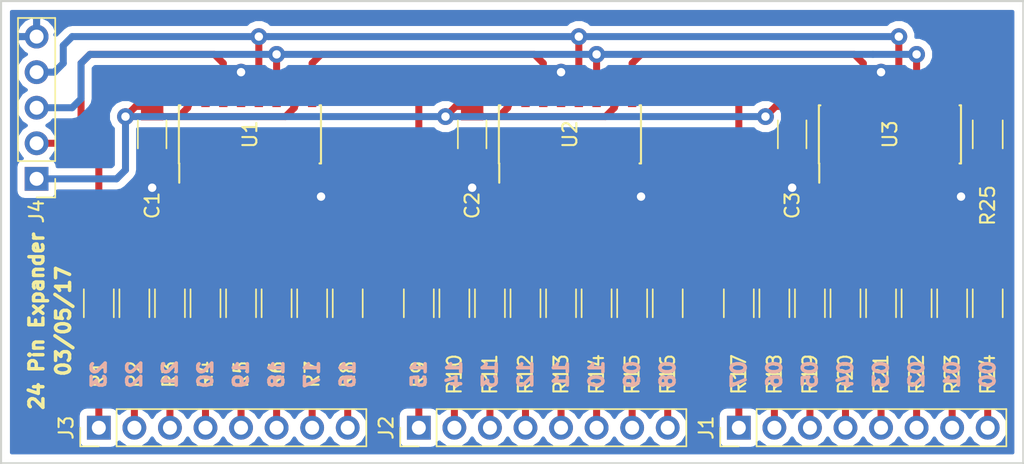
<source format=kicad_pcb>
(kicad_pcb (version 4) (host pcbnew 4.0.6)

  (general
    (links 77)
    (no_connects 29)
    (area 107.239999 64.694999 180.415001 97.865001)
    (thickness 1.6)
    (drawings 30)
    (tracks 208)
    (zones 0)
    (modules 35)
    (nets 57)
  )

  (page A4)
  (layers
    (0 F.Cu signal)
    (31 B.Cu signal)
    (32 B.Adhes user)
    (33 F.Adhes user)
    (34 B.Paste user hide)
    (35 F.Paste user hide)
    (36 B.SilkS user)
    (37 F.SilkS user)
    (38 B.Mask user hide)
    (39 F.Mask user hide)
    (40 Dwgs.User user)
    (41 Cmts.User user)
    (42 Eco1.User user)
    (43 Eco2.User user)
    (44 Edge.Cuts user)
    (45 Margin user)
    (46 B.CrtYd user)
    (47 F.CrtYd user)
    (48 B.Fab user hide)
    (49 F.Fab user hide)
  )

  (setup
    (last_trace_width 0.5)
    (trace_clearance 0.4)
    (zone_clearance 0.508)
    (zone_45_only no)
    (trace_min 0.2)
    (segment_width 0.2)
    (edge_width 0.15)
    (via_size 1.2)
    (via_drill 0.6)
    (via_min_size 0.4)
    (via_min_drill 0.3)
    (uvia_size 0.3)
    (uvia_drill 0.1)
    (uvias_allowed no)
    (uvia_min_size 0.2)
    (uvia_min_drill 0.1)
    (pcb_text_width 0.3)
    (pcb_text_size 1.5 1.5)
    (mod_edge_width 0.15)
    (mod_text_size 1 1)
    (mod_text_width 0.15)
    (pad_size 1.8 1.8)
    (pad_drill 0.9)
    (pad_to_mask_clearance 0.2)
    (aux_axis_origin 0 0)
    (visible_elements 7FFFFFFF)
    (pcbplotparams
      (layerselection 0x00030_80000001)
      (usegerberextensions false)
      (excludeedgelayer true)
      (linewidth 0.100000)
      (plotframeref false)
      (viasonmask false)
      (mode 1)
      (useauxorigin false)
      (hpglpennumber 1)
      (hpglpenspeed 20)
      (hpglpendiameter 15)
      (hpglpenoverlay 2)
      (psnegative false)
      (psa4output false)
      (plotreference true)
      (plotvalue true)
      (plotinvisibletext false)
      (padsonsilk false)
      (subtractmaskfromsilk false)
      (outputformat 1)
      (mirror false)
      (drillshape 1)
      (scaleselection 1)
      (outputdirectory ""))
  )

  (net 0 "")
  (net 1 GND)
  (net 2 VCC)
  (net 3 /CLOCK)
  (net 4 "Net-(R21-Pad2)")
  (net 5 "Net-(R22-Pad2)")
  (net 6 "Net-(R23-Pad2)")
  (net 7 "Net-(R24-Pad2)")
  (net 8 /OutputLoad)
  (net 9 /MOSI)
  (net 10 "Net-(J2-Pad1)")
  (net 11 "Net-(J2-Pad2)")
  (net 12 "Net-(J2-Pad3)")
  (net 13 "Net-(J2-Pad4)")
  (net 14 "Net-(J2-Pad5)")
  (net 15 "Net-(J2-Pad6)")
  (net 16 "Net-(J2-Pad7)")
  (net 17 "Net-(J2-Pad8)")
  (net 18 "Net-(J3-Pad1)")
  (net 19 "Net-(J3-Pad2)")
  (net 20 "Net-(J3-Pad3)")
  (net 21 "Net-(J3-Pad4)")
  (net 22 "Net-(J3-Pad5)")
  (net 23 "Net-(J3-Pad6)")
  (net 24 "Net-(J3-Pad7)")
  (net 25 "Net-(J3-Pad8)")
  (net 26 "Net-(R1-Pad2)")
  (net 27 "Net-(R2-Pad2)")
  (net 28 "Net-(R3-Pad2)")
  (net 29 "Net-(R4-Pad2)")
  (net 30 "Net-(R5-Pad2)")
  (net 31 "Net-(R6-Pad2)")
  (net 32 "Net-(R7-Pad2)")
  (net 33 "Net-(R8-Pad2)")
  (net 34 "Net-(R9-Pad2)")
  (net 35 "Net-(R10-Pad2)")
  (net 36 "Net-(R11-Pad2)")
  (net 37 "Net-(R12-Pad2)")
  (net 38 "Net-(R13-Pad2)")
  (net 39 "Net-(R14-Pad2)")
  (net 40 "Net-(R15-Pad2)")
  (net 41 "Net-(R16-Pad2)")
  (net 42 "Net-(R17-Pad2)")
  (net 43 "Net-(R18-Pad2)")
  (net 44 "Net-(R19-Pad2)")
  (net 45 "Net-(R20-Pad2)")
  (net 46 "Net-(R25-Pad2)")
  (net 47 "Net-(U1-Pad9)")
  (net 48 "Net-(U2-Pad9)")
  (net 49 "Net-(J1-Pad1)")
  (net 50 "Net-(J1-Pad2)")
  (net 51 "Net-(J1-Pad3)")
  (net 52 "Net-(J1-Pad4)")
  (net 53 "Net-(J1-Pad5)")
  (net 54 "Net-(J1-Pad6)")
  (net 55 "Net-(J1-Pad7)")
  (net 56 "Net-(J1-Pad8)")

  (net_class Default "Это класс цепей по умолчанию."
    (clearance 0.4)
    (trace_width 0.5)
    (via_dia 1.2)
    (via_drill 0.6)
    (uvia_dia 0.3)
    (uvia_drill 0.1)
    (add_net /CLOCK)
    (add_net /MOSI)
    (add_net /OutputLoad)
    (add_net GND)
    (add_net "Net-(J1-Pad1)")
    (add_net "Net-(J1-Pad2)")
    (add_net "Net-(J1-Pad3)")
    (add_net "Net-(J1-Pad4)")
    (add_net "Net-(J1-Pad5)")
    (add_net "Net-(J1-Pad6)")
    (add_net "Net-(J1-Pad7)")
    (add_net "Net-(J1-Pad8)")
    (add_net "Net-(J2-Pad1)")
    (add_net "Net-(J2-Pad2)")
    (add_net "Net-(J2-Pad3)")
    (add_net "Net-(J2-Pad4)")
    (add_net "Net-(J2-Pad5)")
    (add_net "Net-(J2-Pad6)")
    (add_net "Net-(J2-Pad7)")
    (add_net "Net-(J2-Pad8)")
    (add_net "Net-(J3-Pad1)")
    (add_net "Net-(J3-Pad2)")
    (add_net "Net-(J3-Pad3)")
    (add_net "Net-(J3-Pad4)")
    (add_net "Net-(J3-Pad5)")
    (add_net "Net-(J3-Pad6)")
    (add_net "Net-(J3-Pad7)")
    (add_net "Net-(J3-Pad8)")
    (add_net "Net-(R1-Pad2)")
    (add_net "Net-(R10-Pad2)")
    (add_net "Net-(R11-Pad2)")
    (add_net "Net-(R12-Pad2)")
    (add_net "Net-(R13-Pad2)")
    (add_net "Net-(R14-Pad2)")
    (add_net "Net-(R15-Pad2)")
    (add_net "Net-(R16-Pad2)")
    (add_net "Net-(R17-Pad2)")
    (add_net "Net-(R18-Pad2)")
    (add_net "Net-(R19-Pad2)")
    (add_net "Net-(R2-Pad2)")
    (add_net "Net-(R20-Pad2)")
    (add_net "Net-(R21-Pad2)")
    (add_net "Net-(R22-Pad2)")
    (add_net "Net-(R23-Pad2)")
    (add_net "Net-(R24-Pad2)")
    (add_net "Net-(R25-Pad2)")
    (add_net "Net-(R3-Pad2)")
    (add_net "Net-(R4-Pad2)")
    (add_net "Net-(R5-Pad2)")
    (add_net "Net-(R6-Pad2)")
    (add_net "Net-(R7-Pad2)")
    (add_net "Net-(R8-Pad2)")
    (add_net "Net-(R9-Pad2)")
    (add_net "Net-(U1-Pad9)")
    (add_net "Net-(U2-Pad9)")
    (add_net VCC)
  )

  (module Capacitors_SMD:C_1206_HandSoldering (layer F.Cu) (tedit 58AA84D1) (tstamp 5909F16A)
    (at 118.11 74.295 270)
    (descr "Capacitor SMD 1206, hand soldering")
    (tags "capacitor 1206")
    (path /5908A775)
    (attr smd)
    (fp_text reference C1 (at 5.08 0 270) (layer F.SilkS)
      (effects (font (size 1 1) (thickness 0.15)))
    )
    (fp_text value 100n (at 0 2 270) (layer F.Fab)
      (effects (font (size 1 1) (thickness 0.15)))
    )
    (fp_text user %R (at 0 -1.75 270) (layer F.Fab)
      (effects (font (size 1 1) (thickness 0.15)))
    )
    (fp_line (start -1.6 0.8) (end -1.6 -0.8) (layer F.Fab) (width 0.1))
    (fp_line (start 1.6 0.8) (end -1.6 0.8) (layer F.Fab) (width 0.1))
    (fp_line (start 1.6 -0.8) (end 1.6 0.8) (layer F.Fab) (width 0.1))
    (fp_line (start -1.6 -0.8) (end 1.6 -0.8) (layer F.Fab) (width 0.1))
    (fp_line (start 1 -1.02) (end -1 -1.02) (layer F.SilkS) (width 0.12))
    (fp_line (start -1 1.02) (end 1 1.02) (layer F.SilkS) (width 0.12))
    (fp_line (start -3.25 -1.05) (end 3.25 -1.05) (layer F.CrtYd) (width 0.05))
    (fp_line (start -3.25 -1.05) (end -3.25 1.05) (layer F.CrtYd) (width 0.05))
    (fp_line (start 3.25 1.05) (end 3.25 -1.05) (layer F.CrtYd) (width 0.05))
    (fp_line (start 3.25 1.05) (end -3.25 1.05) (layer F.CrtYd) (width 0.05))
    (pad 1 smd rect (at -2 0 270) (size 2 1.6) (layers F.Cu F.Paste F.Mask)
      (net 2 VCC))
    (pad 2 smd rect (at 2 0 270) (size 2 1.6) (layers F.Cu F.Paste F.Mask)
      (net 1 GND))
    (model Capacitors_SMD.3dshapes/C_1206.wrl
      (at (xyz 0 0 0))
      (scale (xyz 1 1 1))
      (rotate (xyz 0 0 0))
    )
  )

  (module Capacitors_SMD:C_1206_HandSoldering (layer F.Cu) (tedit 58AA84D1) (tstamp 5909F17B)
    (at 140.97 74.295 270)
    (descr "Capacitor SMD 1206, hand soldering")
    (tags "capacitor 1206")
    (path /5908AB5C)
    (attr smd)
    (fp_text reference C2 (at 5.08 0 270) (layer F.SilkS)
      (effects (font (size 1 1) (thickness 0.15)))
    )
    (fp_text value 100n (at 0 2 270) (layer F.Fab)
      (effects (font (size 1 1) (thickness 0.15)))
    )
    (fp_text user %R (at 0 -1.75 270) (layer F.Fab)
      (effects (font (size 1 1) (thickness 0.15)))
    )
    (fp_line (start -1.6 0.8) (end -1.6 -0.8) (layer F.Fab) (width 0.1))
    (fp_line (start 1.6 0.8) (end -1.6 0.8) (layer F.Fab) (width 0.1))
    (fp_line (start 1.6 -0.8) (end 1.6 0.8) (layer F.Fab) (width 0.1))
    (fp_line (start -1.6 -0.8) (end 1.6 -0.8) (layer F.Fab) (width 0.1))
    (fp_line (start 1 -1.02) (end -1 -1.02) (layer F.SilkS) (width 0.12))
    (fp_line (start -1 1.02) (end 1 1.02) (layer F.SilkS) (width 0.12))
    (fp_line (start -3.25 -1.05) (end 3.25 -1.05) (layer F.CrtYd) (width 0.05))
    (fp_line (start -3.25 -1.05) (end -3.25 1.05) (layer F.CrtYd) (width 0.05))
    (fp_line (start 3.25 1.05) (end 3.25 -1.05) (layer F.CrtYd) (width 0.05))
    (fp_line (start 3.25 1.05) (end -3.25 1.05) (layer F.CrtYd) (width 0.05))
    (pad 1 smd rect (at -2 0 270) (size 2 1.6) (layers F.Cu F.Paste F.Mask)
      (net 2 VCC))
    (pad 2 smd rect (at 2 0 270) (size 2 1.6) (layers F.Cu F.Paste F.Mask)
      (net 1 GND))
    (model Capacitors_SMD.3dshapes/C_1206.wrl
      (at (xyz 0 0 0))
      (scale (xyz 1 1 1))
      (rotate (xyz 0 0 0))
    )
  )

  (module Capacitors_SMD:C_1206_HandSoldering (layer F.Cu) (tedit 58AA84D1) (tstamp 5909F18C)
    (at 163.83 74.295 270)
    (descr "Capacitor SMD 1206, hand soldering")
    (tags "capacitor 1206")
    (path /5908ABFC)
    (attr smd)
    (fp_text reference C3 (at 5.08 0 270) (layer F.SilkS)
      (effects (font (size 1 1) (thickness 0.15)))
    )
    (fp_text value 100n (at 0 2 270) (layer F.Fab)
      (effects (font (size 1 1) (thickness 0.15)))
    )
    (fp_text user %R (at 0 -1.75 270) (layer F.Fab)
      (effects (font (size 1 1) (thickness 0.15)))
    )
    (fp_line (start -1.6 0.8) (end -1.6 -0.8) (layer F.Fab) (width 0.1))
    (fp_line (start 1.6 0.8) (end -1.6 0.8) (layer F.Fab) (width 0.1))
    (fp_line (start 1.6 -0.8) (end 1.6 0.8) (layer F.Fab) (width 0.1))
    (fp_line (start -1.6 -0.8) (end 1.6 -0.8) (layer F.Fab) (width 0.1))
    (fp_line (start 1 -1.02) (end -1 -1.02) (layer F.SilkS) (width 0.12))
    (fp_line (start -1 1.02) (end 1 1.02) (layer F.SilkS) (width 0.12))
    (fp_line (start -3.25 -1.05) (end 3.25 -1.05) (layer F.CrtYd) (width 0.05))
    (fp_line (start -3.25 -1.05) (end -3.25 1.05) (layer F.CrtYd) (width 0.05))
    (fp_line (start 3.25 1.05) (end 3.25 -1.05) (layer F.CrtYd) (width 0.05))
    (fp_line (start 3.25 1.05) (end -3.25 1.05) (layer F.CrtYd) (width 0.05))
    (pad 1 smd rect (at -2 0 270) (size 2 1.6) (layers F.Cu F.Paste F.Mask)
      (net 2 VCC))
    (pad 2 smd rect (at 2 0 270) (size 2 1.6) (layers F.Cu F.Paste F.Mask)
      (net 1 GND))
    (model Capacitors_SMD.3dshapes/C_1206.wrl
      (at (xyz 0 0 0))
      (scale (xyz 1 1 1))
      (rotate (xyz 0 0 0))
    )
  )

  (module Resistors_SMD:R_1206_HandSoldering (layer F.Cu) (tedit 58E0A804) (tstamp 5909F206)
    (at 114.3 86.36 90)
    (descr "Resistor SMD 1206, hand soldering")
    (tags "resistor 1206")
    (path /58CA522F)
    (attr smd)
    (fp_text reference R1 (at -5.08 0 90) (layer F.SilkS)
      (effects (font (size 1 1) (thickness 0.15)))
    )
    (fp_text value 560R (at 0 1.9 90) (layer F.Fab)
      (effects (font (size 1 1) (thickness 0.15)))
    )
    (fp_text user %R (at 0 0 90) (layer F.Fab)
      (effects (font (size 0.7 0.7) (thickness 0.105)))
    )
    (fp_line (start -1.6 0.8) (end -1.6 -0.8) (layer F.Fab) (width 0.1))
    (fp_line (start 1.6 0.8) (end -1.6 0.8) (layer F.Fab) (width 0.1))
    (fp_line (start 1.6 -0.8) (end 1.6 0.8) (layer F.Fab) (width 0.1))
    (fp_line (start -1.6 -0.8) (end 1.6 -0.8) (layer F.Fab) (width 0.1))
    (fp_line (start 1 1.07) (end -1 1.07) (layer F.SilkS) (width 0.12))
    (fp_line (start -1 -1.07) (end 1 -1.07) (layer F.SilkS) (width 0.12))
    (fp_line (start -3.25 -1.11) (end 3.25 -1.11) (layer F.CrtYd) (width 0.05))
    (fp_line (start -3.25 -1.11) (end -3.25 1.1) (layer F.CrtYd) (width 0.05))
    (fp_line (start 3.25 1.1) (end 3.25 -1.11) (layer F.CrtYd) (width 0.05))
    (fp_line (start 3.25 1.1) (end -3.25 1.1) (layer F.CrtYd) (width 0.05))
    (pad 1 smd rect (at -2 0 90) (size 2 1.7) (layers F.Cu F.Paste F.Mask)
      (net 18 "Net-(J3-Pad1)"))
    (pad 2 smd rect (at 2 0 90) (size 2 1.7) (layers F.Cu F.Paste F.Mask)
      (net 26 "Net-(R1-Pad2)"))
    (model ${KISYS3DMOD}/Resistors_SMD.3dshapes/R_1206.wrl
      (at (xyz 0 0 0))
      (scale (xyz 1 1 1))
      (rotate (xyz 0 0 0))
    )
  )

  (module Resistors_SMD:R_1206_HandSoldering (layer F.Cu) (tedit 58E0A804) (tstamp 5909F217)
    (at 116.84 86.36 90)
    (descr "Resistor SMD 1206, hand soldering")
    (tags "resistor 1206")
    (path /58CA577C)
    (attr smd)
    (fp_text reference R2 (at -5.08 0 90) (layer F.SilkS)
      (effects (font (size 1 1) (thickness 0.15)))
    )
    (fp_text value 560R (at 0 1.9 90) (layer F.Fab)
      (effects (font (size 1 1) (thickness 0.15)))
    )
    (fp_text user %R (at 0 0 90) (layer F.Fab)
      (effects (font (size 0.7 0.7) (thickness 0.105)))
    )
    (fp_line (start -1.6 0.8) (end -1.6 -0.8) (layer F.Fab) (width 0.1))
    (fp_line (start 1.6 0.8) (end -1.6 0.8) (layer F.Fab) (width 0.1))
    (fp_line (start 1.6 -0.8) (end 1.6 0.8) (layer F.Fab) (width 0.1))
    (fp_line (start -1.6 -0.8) (end 1.6 -0.8) (layer F.Fab) (width 0.1))
    (fp_line (start 1 1.07) (end -1 1.07) (layer F.SilkS) (width 0.12))
    (fp_line (start -1 -1.07) (end 1 -1.07) (layer F.SilkS) (width 0.12))
    (fp_line (start -3.25 -1.11) (end 3.25 -1.11) (layer F.CrtYd) (width 0.05))
    (fp_line (start -3.25 -1.11) (end -3.25 1.1) (layer F.CrtYd) (width 0.05))
    (fp_line (start 3.25 1.1) (end 3.25 -1.11) (layer F.CrtYd) (width 0.05))
    (fp_line (start 3.25 1.1) (end -3.25 1.1) (layer F.CrtYd) (width 0.05))
    (pad 1 smd rect (at -2 0 90) (size 2 1.7) (layers F.Cu F.Paste F.Mask)
      (net 19 "Net-(J3-Pad2)"))
    (pad 2 smd rect (at 2 0 90) (size 2 1.7) (layers F.Cu F.Paste F.Mask)
      (net 27 "Net-(R2-Pad2)"))
    (model ${KISYS3DMOD}/Resistors_SMD.3dshapes/R_1206.wrl
      (at (xyz 0 0 0))
      (scale (xyz 1 1 1))
      (rotate (xyz 0 0 0))
    )
  )

  (module Resistors_SMD:R_1206_HandSoldering (layer F.Cu) (tedit 58E0A804) (tstamp 5909F228)
    (at 119.38 86.36 90)
    (descr "Resistor SMD 1206, hand soldering")
    (tags "resistor 1206")
    (path /58CA57A7)
    (attr smd)
    (fp_text reference R3 (at -5.08 0 90) (layer F.SilkS)
      (effects (font (size 1 1) (thickness 0.15)))
    )
    (fp_text value 560R (at 0 1.9 90) (layer F.Fab)
      (effects (font (size 1 1) (thickness 0.15)))
    )
    (fp_text user %R (at 0 0 90) (layer F.Fab)
      (effects (font (size 0.7 0.7) (thickness 0.105)))
    )
    (fp_line (start -1.6 0.8) (end -1.6 -0.8) (layer F.Fab) (width 0.1))
    (fp_line (start 1.6 0.8) (end -1.6 0.8) (layer F.Fab) (width 0.1))
    (fp_line (start 1.6 -0.8) (end 1.6 0.8) (layer F.Fab) (width 0.1))
    (fp_line (start -1.6 -0.8) (end 1.6 -0.8) (layer F.Fab) (width 0.1))
    (fp_line (start 1 1.07) (end -1 1.07) (layer F.SilkS) (width 0.12))
    (fp_line (start -1 -1.07) (end 1 -1.07) (layer F.SilkS) (width 0.12))
    (fp_line (start -3.25 -1.11) (end 3.25 -1.11) (layer F.CrtYd) (width 0.05))
    (fp_line (start -3.25 -1.11) (end -3.25 1.1) (layer F.CrtYd) (width 0.05))
    (fp_line (start 3.25 1.1) (end 3.25 -1.11) (layer F.CrtYd) (width 0.05))
    (fp_line (start 3.25 1.1) (end -3.25 1.1) (layer F.CrtYd) (width 0.05))
    (pad 1 smd rect (at -2 0 90) (size 2 1.7) (layers F.Cu F.Paste F.Mask)
      (net 20 "Net-(J3-Pad3)"))
    (pad 2 smd rect (at 2 0 90) (size 2 1.7) (layers F.Cu F.Paste F.Mask)
      (net 28 "Net-(R3-Pad2)"))
    (model ${KISYS3DMOD}/Resistors_SMD.3dshapes/R_1206.wrl
      (at (xyz 0 0 0))
      (scale (xyz 1 1 1))
      (rotate (xyz 0 0 0))
    )
  )

  (module Resistors_SMD:R_1206_HandSoldering (layer F.Cu) (tedit 58E0A804) (tstamp 5909F239)
    (at 121.92 86.36 90)
    (descr "Resistor SMD 1206, hand soldering")
    (tags "resistor 1206")
    (path /58CA57D5)
    (attr smd)
    (fp_text reference R4 (at -5.08 0 90) (layer F.SilkS)
      (effects (font (size 1 1) (thickness 0.15)))
    )
    (fp_text value 560R (at 0 1.9 90) (layer F.Fab)
      (effects (font (size 1 1) (thickness 0.15)))
    )
    (fp_text user %R (at 0 0 90) (layer F.Fab)
      (effects (font (size 0.7 0.7) (thickness 0.105)))
    )
    (fp_line (start -1.6 0.8) (end -1.6 -0.8) (layer F.Fab) (width 0.1))
    (fp_line (start 1.6 0.8) (end -1.6 0.8) (layer F.Fab) (width 0.1))
    (fp_line (start 1.6 -0.8) (end 1.6 0.8) (layer F.Fab) (width 0.1))
    (fp_line (start -1.6 -0.8) (end 1.6 -0.8) (layer F.Fab) (width 0.1))
    (fp_line (start 1 1.07) (end -1 1.07) (layer F.SilkS) (width 0.12))
    (fp_line (start -1 -1.07) (end 1 -1.07) (layer F.SilkS) (width 0.12))
    (fp_line (start -3.25 -1.11) (end 3.25 -1.11) (layer F.CrtYd) (width 0.05))
    (fp_line (start -3.25 -1.11) (end -3.25 1.1) (layer F.CrtYd) (width 0.05))
    (fp_line (start 3.25 1.1) (end 3.25 -1.11) (layer F.CrtYd) (width 0.05))
    (fp_line (start 3.25 1.1) (end -3.25 1.1) (layer F.CrtYd) (width 0.05))
    (pad 1 smd rect (at -2 0 90) (size 2 1.7) (layers F.Cu F.Paste F.Mask)
      (net 21 "Net-(J3-Pad4)"))
    (pad 2 smd rect (at 2 0 90) (size 2 1.7) (layers F.Cu F.Paste F.Mask)
      (net 29 "Net-(R4-Pad2)"))
    (model ${KISYS3DMOD}/Resistors_SMD.3dshapes/R_1206.wrl
      (at (xyz 0 0 0))
      (scale (xyz 1 1 1))
      (rotate (xyz 0 0 0))
    )
  )

  (module Resistors_SMD:R_1206_HandSoldering (layer F.Cu) (tedit 58E0A804) (tstamp 5909F24A)
    (at 124.46 86.36 90)
    (descr "Resistor SMD 1206, hand soldering")
    (tags "resistor 1206")
    (path /58CA5806)
    (attr smd)
    (fp_text reference R5 (at -5.08 0 90) (layer F.SilkS)
      (effects (font (size 1 1) (thickness 0.15)))
    )
    (fp_text value 560R (at 0 1.9 90) (layer F.Fab)
      (effects (font (size 1 1) (thickness 0.15)))
    )
    (fp_text user %R (at 0 0 90) (layer F.Fab)
      (effects (font (size 0.7 0.7) (thickness 0.105)))
    )
    (fp_line (start -1.6 0.8) (end -1.6 -0.8) (layer F.Fab) (width 0.1))
    (fp_line (start 1.6 0.8) (end -1.6 0.8) (layer F.Fab) (width 0.1))
    (fp_line (start 1.6 -0.8) (end 1.6 0.8) (layer F.Fab) (width 0.1))
    (fp_line (start -1.6 -0.8) (end 1.6 -0.8) (layer F.Fab) (width 0.1))
    (fp_line (start 1 1.07) (end -1 1.07) (layer F.SilkS) (width 0.12))
    (fp_line (start -1 -1.07) (end 1 -1.07) (layer F.SilkS) (width 0.12))
    (fp_line (start -3.25 -1.11) (end 3.25 -1.11) (layer F.CrtYd) (width 0.05))
    (fp_line (start -3.25 -1.11) (end -3.25 1.1) (layer F.CrtYd) (width 0.05))
    (fp_line (start 3.25 1.1) (end 3.25 -1.11) (layer F.CrtYd) (width 0.05))
    (fp_line (start 3.25 1.1) (end -3.25 1.1) (layer F.CrtYd) (width 0.05))
    (pad 1 smd rect (at -2 0 90) (size 2 1.7) (layers F.Cu F.Paste F.Mask)
      (net 22 "Net-(J3-Pad5)"))
    (pad 2 smd rect (at 2 0 90) (size 2 1.7) (layers F.Cu F.Paste F.Mask)
      (net 30 "Net-(R5-Pad2)"))
    (model ${KISYS3DMOD}/Resistors_SMD.3dshapes/R_1206.wrl
      (at (xyz 0 0 0))
      (scale (xyz 1 1 1))
      (rotate (xyz 0 0 0))
    )
  )

  (module Resistors_SMD:R_1206_HandSoldering (layer F.Cu) (tedit 58E0A804) (tstamp 5909F25B)
    (at 127 86.36 90)
    (descr "Resistor SMD 1206, hand soldering")
    (tags "resistor 1206")
    (path /58CA583A)
    (attr smd)
    (fp_text reference R6 (at -5.08 0 90) (layer F.SilkS)
      (effects (font (size 1 1) (thickness 0.15)))
    )
    (fp_text value 560R (at 0 1.9 90) (layer F.Fab)
      (effects (font (size 1 1) (thickness 0.15)))
    )
    (fp_text user %R (at 0 0 90) (layer F.Fab)
      (effects (font (size 0.7 0.7) (thickness 0.105)))
    )
    (fp_line (start -1.6 0.8) (end -1.6 -0.8) (layer F.Fab) (width 0.1))
    (fp_line (start 1.6 0.8) (end -1.6 0.8) (layer F.Fab) (width 0.1))
    (fp_line (start 1.6 -0.8) (end 1.6 0.8) (layer F.Fab) (width 0.1))
    (fp_line (start -1.6 -0.8) (end 1.6 -0.8) (layer F.Fab) (width 0.1))
    (fp_line (start 1 1.07) (end -1 1.07) (layer F.SilkS) (width 0.12))
    (fp_line (start -1 -1.07) (end 1 -1.07) (layer F.SilkS) (width 0.12))
    (fp_line (start -3.25 -1.11) (end 3.25 -1.11) (layer F.CrtYd) (width 0.05))
    (fp_line (start -3.25 -1.11) (end -3.25 1.1) (layer F.CrtYd) (width 0.05))
    (fp_line (start 3.25 1.1) (end 3.25 -1.11) (layer F.CrtYd) (width 0.05))
    (fp_line (start 3.25 1.1) (end -3.25 1.1) (layer F.CrtYd) (width 0.05))
    (pad 1 smd rect (at -2 0 90) (size 2 1.7) (layers F.Cu F.Paste F.Mask)
      (net 23 "Net-(J3-Pad6)"))
    (pad 2 smd rect (at 2 0 90) (size 2 1.7) (layers F.Cu F.Paste F.Mask)
      (net 31 "Net-(R6-Pad2)"))
    (model ${KISYS3DMOD}/Resistors_SMD.3dshapes/R_1206.wrl
      (at (xyz 0 0 0))
      (scale (xyz 1 1 1))
      (rotate (xyz 0 0 0))
    )
  )

  (module Resistors_SMD:R_1206_HandSoldering (layer F.Cu) (tedit 58E0A804) (tstamp 5909F26C)
    (at 129.54 86.36 90)
    (descr "Resistor SMD 1206, hand soldering")
    (tags "resistor 1206")
    (path /58CA62BD)
    (attr smd)
    (fp_text reference R7 (at -5.08 0 90) (layer F.SilkS)
      (effects (font (size 1 1) (thickness 0.15)))
    )
    (fp_text value 560R (at 0 1.9 90) (layer F.Fab)
      (effects (font (size 1 1) (thickness 0.15)))
    )
    (fp_text user %R (at 0 0 90) (layer F.Fab)
      (effects (font (size 0.7 0.7) (thickness 0.105)))
    )
    (fp_line (start -1.6 0.8) (end -1.6 -0.8) (layer F.Fab) (width 0.1))
    (fp_line (start 1.6 0.8) (end -1.6 0.8) (layer F.Fab) (width 0.1))
    (fp_line (start 1.6 -0.8) (end 1.6 0.8) (layer F.Fab) (width 0.1))
    (fp_line (start -1.6 -0.8) (end 1.6 -0.8) (layer F.Fab) (width 0.1))
    (fp_line (start 1 1.07) (end -1 1.07) (layer F.SilkS) (width 0.12))
    (fp_line (start -1 -1.07) (end 1 -1.07) (layer F.SilkS) (width 0.12))
    (fp_line (start -3.25 -1.11) (end 3.25 -1.11) (layer F.CrtYd) (width 0.05))
    (fp_line (start -3.25 -1.11) (end -3.25 1.1) (layer F.CrtYd) (width 0.05))
    (fp_line (start 3.25 1.1) (end 3.25 -1.11) (layer F.CrtYd) (width 0.05))
    (fp_line (start 3.25 1.1) (end -3.25 1.1) (layer F.CrtYd) (width 0.05))
    (pad 1 smd rect (at -2 0 90) (size 2 1.7) (layers F.Cu F.Paste F.Mask)
      (net 24 "Net-(J3-Pad7)"))
    (pad 2 smd rect (at 2 0 90) (size 2 1.7) (layers F.Cu F.Paste F.Mask)
      (net 32 "Net-(R7-Pad2)"))
    (model ${KISYS3DMOD}/Resistors_SMD.3dshapes/R_1206.wrl
      (at (xyz 0 0 0))
      (scale (xyz 1 1 1))
      (rotate (xyz 0 0 0))
    )
  )

  (module Resistors_SMD:R_1206_HandSoldering (layer F.Cu) (tedit 58E0A804) (tstamp 5909F27D)
    (at 132.08 86.36 90)
    (descr "Resistor SMD 1206, hand soldering")
    (tags "resistor 1206")
    (path /58CA9394)
    (attr smd)
    (fp_text reference R8 (at -5.08 0 90) (layer F.SilkS)
      (effects (font (size 1 1) (thickness 0.15)))
    )
    (fp_text value 560R (at 0 1.9 90) (layer F.Fab)
      (effects (font (size 1 1) (thickness 0.15)))
    )
    (fp_text user %R (at 0 0 90) (layer F.Fab)
      (effects (font (size 0.7 0.7) (thickness 0.105)))
    )
    (fp_line (start -1.6 0.8) (end -1.6 -0.8) (layer F.Fab) (width 0.1))
    (fp_line (start 1.6 0.8) (end -1.6 0.8) (layer F.Fab) (width 0.1))
    (fp_line (start 1.6 -0.8) (end 1.6 0.8) (layer F.Fab) (width 0.1))
    (fp_line (start -1.6 -0.8) (end 1.6 -0.8) (layer F.Fab) (width 0.1))
    (fp_line (start 1 1.07) (end -1 1.07) (layer F.SilkS) (width 0.12))
    (fp_line (start -1 -1.07) (end 1 -1.07) (layer F.SilkS) (width 0.12))
    (fp_line (start -3.25 -1.11) (end 3.25 -1.11) (layer F.CrtYd) (width 0.05))
    (fp_line (start -3.25 -1.11) (end -3.25 1.1) (layer F.CrtYd) (width 0.05))
    (fp_line (start 3.25 1.1) (end 3.25 -1.11) (layer F.CrtYd) (width 0.05))
    (fp_line (start 3.25 1.1) (end -3.25 1.1) (layer F.CrtYd) (width 0.05))
    (pad 1 smd rect (at -2 0 90) (size 2 1.7) (layers F.Cu F.Paste F.Mask)
      (net 25 "Net-(J3-Pad8)"))
    (pad 2 smd rect (at 2 0 90) (size 2 1.7) (layers F.Cu F.Paste F.Mask)
      (net 33 "Net-(R8-Pad2)"))
    (model ${KISYS3DMOD}/Resistors_SMD.3dshapes/R_1206.wrl
      (at (xyz 0 0 0))
      (scale (xyz 1 1 1))
      (rotate (xyz 0 0 0))
    )
  )

  (module Resistors_SMD:R_1206_HandSoldering (layer F.Cu) (tedit 58E0A804) (tstamp 5909F28E)
    (at 137.16 86.36 90)
    (descr "Resistor SMD 1206, hand soldering")
    (tags "resistor 1206")
    (path /58CA93B8)
    (attr smd)
    (fp_text reference R9 (at -5.08 0 90) (layer F.SilkS)
      (effects (font (size 1 1) (thickness 0.15)))
    )
    (fp_text value 560R (at 0 1.9 90) (layer F.Fab)
      (effects (font (size 1 1) (thickness 0.15)))
    )
    (fp_text user %R (at 0 0 90) (layer F.Fab)
      (effects (font (size 0.7 0.7) (thickness 0.105)))
    )
    (fp_line (start -1.6 0.8) (end -1.6 -0.8) (layer F.Fab) (width 0.1))
    (fp_line (start 1.6 0.8) (end -1.6 0.8) (layer F.Fab) (width 0.1))
    (fp_line (start 1.6 -0.8) (end 1.6 0.8) (layer F.Fab) (width 0.1))
    (fp_line (start -1.6 -0.8) (end 1.6 -0.8) (layer F.Fab) (width 0.1))
    (fp_line (start 1 1.07) (end -1 1.07) (layer F.SilkS) (width 0.12))
    (fp_line (start -1 -1.07) (end 1 -1.07) (layer F.SilkS) (width 0.12))
    (fp_line (start -3.25 -1.11) (end 3.25 -1.11) (layer F.CrtYd) (width 0.05))
    (fp_line (start -3.25 -1.11) (end -3.25 1.1) (layer F.CrtYd) (width 0.05))
    (fp_line (start 3.25 1.1) (end 3.25 -1.11) (layer F.CrtYd) (width 0.05))
    (fp_line (start 3.25 1.1) (end -3.25 1.1) (layer F.CrtYd) (width 0.05))
    (pad 1 smd rect (at -2 0 90) (size 2 1.7) (layers F.Cu F.Paste F.Mask)
      (net 10 "Net-(J2-Pad1)"))
    (pad 2 smd rect (at 2 0 90) (size 2 1.7) (layers F.Cu F.Paste F.Mask)
      (net 34 "Net-(R9-Pad2)"))
    (model ${KISYS3DMOD}/Resistors_SMD.3dshapes/R_1206.wrl
      (at (xyz 0 0 0))
      (scale (xyz 1 1 1))
      (rotate (xyz 0 0 0))
    )
  )

  (module Resistors_SMD:R_1206_HandSoldering (layer F.Cu) (tedit 58E0A804) (tstamp 5909F29F)
    (at 139.7 86.36 90)
    (descr "Resistor SMD 1206, hand soldering")
    (tags "resistor 1206")
    (path /58CA93BE)
    (attr smd)
    (fp_text reference R10 (at -5.08 0 90) (layer F.SilkS)
      (effects (font (size 1 1) (thickness 0.15)))
    )
    (fp_text value 560R (at 0 1.9 90) (layer F.Fab)
      (effects (font (size 1 1) (thickness 0.15)))
    )
    (fp_text user %R (at 0 0 90) (layer F.Fab)
      (effects (font (size 0.7 0.7) (thickness 0.105)))
    )
    (fp_line (start -1.6 0.8) (end -1.6 -0.8) (layer F.Fab) (width 0.1))
    (fp_line (start 1.6 0.8) (end -1.6 0.8) (layer F.Fab) (width 0.1))
    (fp_line (start 1.6 -0.8) (end 1.6 0.8) (layer F.Fab) (width 0.1))
    (fp_line (start -1.6 -0.8) (end 1.6 -0.8) (layer F.Fab) (width 0.1))
    (fp_line (start 1 1.07) (end -1 1.07) (layer F.SilkS) (width 0.12))
    (fp_line (start -1 -1.07) (end 1 -1.07) (layer F.SilkS) (width 0.12))
    (fp_line (start -3.25 -1.11) (end 3.25 -1.11) (layer F.CrtYd) (width 0.05))
    (fp_line (start -3.25 -1.11) (end -3.25 1.1) (layer F.CrtYd) (width 0.05))
    (fp_line (start 3.25 1.1) (end 3.25 -1.11) (layer F.CrtYd) (width 0.05))
    (fp_line (start 3.25 1.1) (end -3.25 1.1) (layer F.CrtYd) (width 0.05))
    (pad 1 smd rect (at -2 0 90) (size 2 1.7) (layers F.Cu F.Paste F.Mask)
      (net 11 "Net-(J2-Pad2)"))
    (pad 2 smd rect (at 2 0 90) (size 2 1.7) (layers F.Cu F.Paste F.Mask)
      (net 35 "Net-(R10-Pad2)"))
    (model ${KISYS3DMOD}/Resistors_SMD.3dshapes/R_1206.wrl
      (at (xyz 0 0 0))
      (scale (xyz 1 1 1))
      (rotate (xyz 0 0 0))
    )
  )

  (module Resistors_SMD:R_1206_HandSoldering (layer F.Cu) (tedit 58E0A804) (tstamp 5909F2B0)
    (at 142.24 86.36 90)
    (descr "Resistor SMD 1206, hand soldering")
    (tags "resistor 1206")
    (path /58CA93C4)
    (attr smd)
    (fp_text reference R11 (at -5.08 0 90) (layer F.SilkS)
      (effects (font (size 1 1) (thickness 0.15)))
    )
    (fp_text value 560R (at 0 1.9 90) (layer F.Fab)
      (effects (font (size 1 1) (thickness 0.15)))
    )
    (fp_text user %R (at 0 0 90) (layer F.Fab)
      (effects (font (size 0.7 0.7) (thickness 0.105)))
    )
    (fp_line (start -1.6 0.8) (end -1.6 -0.8) (layer F.Fab) (width 0.1))
    (fp_line (start 1.6 0.8) (end -1.6 0.8) (layer F.Fab) (width 0.1))
    (fp_line (start 1.6 -0.8) (end 1.6 0.8) (layer F.Fab) (width 0.1))
    (fp_line (start -1.6 -0.8) (end 1.6 -0.8) (layer F.Fab) (width 0.1))
    (fp_line (start 1 1.07) (end -1 1.07) (layer F.SilkS) (width 0.12))
    (fp_line (start -1 -1.07) (end 1 -1.07) (layer F.SilkS) (width 0.12))
    (fp_line (start -3.25 -1.11) (end 3.25 -1.11) (layer F.CrtYd) (width 0.05))
    (fp_line (start -3.25 -1.11) (end -3.25 1.1) (layer F.CrtYd) (width 0.05))
    (fp_line (start 3.25 1.1) (end 3.25 -1.11) (layer F.CrtYd) (width 0.05))
    (fp_line (start 3.25 1.1) (end -3.25 1.1) (layer F.CrtYd) (width 0.05))
    (pad 1 smd rect (at -2 0 90) (size 2 1.7) (layers F.Cu F.Paste F.Mask)
      (net 12 "Net-(J2-Pad3)"))
    (pad 2 smd rect (at 2 0 90) (size 2 1.7) (layers F.Cu F.Paste F.Mask)
      (net 36 "Net-(R11-Pad2)"))
    (model ${KISYS3DMOD}/Resistors_SMD.3dshapes/R_1206.wrl
      (at (xyz 0 0 0))
      (scale (xyz 1 1 1))
      (rotate (xyz 0 0 0))
    )
  )

  (module Resistors_SMD:R_1206_HandSoldering (layer F.Cu) (tedit 58E0A804) (tstamp 5909F2C1)
    (at 144.78 86.36 90)
    (descr "Resistor SMD 1206, hand soldering")
    (tags "resistor 1206")
    (path /58CA93CA)
    (attr smd)
    (fp_text reference R12 (at -5.08 0 90) (layer F.SilkS)
      (effects (font (size 1 1) (thickness 0.15)))
    )
    (fp_text value 560R (at 0 1.9 90) (layer F.Fab)
      (effects (font (size 1 1) (thickness 0.15)))
    )
    (fp_text user %R (at 0 0 90) (layer F.Fab)
      (effects (font (size 0.7 0.7) (thickness 0.105)))
    )
    (fp_line (start -1.6 0.8) (end -1.6 -0.8) (layer F.Fab) (width 0.1))
    (fp_line (start 1.6 0.8) (end -1.6 0.8) (layer F.Fab) (width 0.1))
    (fp_line (start 1.6 -0.8) (end 1.6 0.8) (layer F.Fab) (width 0.1))
    (fp_line (start -1.6 -0.8) (end 1.6 -0.8) (layer F.Fab) (width 0.1))
    (fp_line (start 1 1.07) (end -1 1.07) (layer F.SilkS) (width 0.12))
    (fp_line (start -1 -1.07) (end 1 -1.07) (layer F.SilkS) (width 0.12))
    (fp_line (start -3.25 -1.11) (end 3.25 -1.11) (layer F.CrtYd) (width 0.05))
    (fp_line (start -3.25 -1.11) (end -3.25 1.1) (layer F.CrtYd) (width 0.05))
    (fp_line (start 3.25 1.1) (end 3.25 -1.11) (layer F.CrtYd) (width 0.05))
    (fp_line (start 3.25 1.1) (end -3.25 1.1) (layer F.CrtYd) (width 0.05))
    (pad 1 smd rect (at -2 0 90) (size 2 1.7) (layers F.Cu F.Paste F.Mask)
      (net 13 "Net-(J2-Pad4)"))
    (pad 2 smd rect (at 2 0 90) (size 2 1.7) (layers F.Cu F.Paste F.Mask)
      (net 37 "Net-(R12-Pad2)"))
    (model ${KISYS3DMOD}/Resistors_SMD.3dshapes/R_1206.wrl
      (at (xyz 0 0 0))
      (scale (xyz 1 1 1))
      (rotate (xyz 0 0 0))
    )
  )

  (module Resistors_SMD:R_1206_HandSoldering (layer F.Cu) (tedit 58E0A804) (tstamp 5909F2D2)
    (at 147.32 86.36 90)
    (descr "Resistor SMD 1206, hand soldering")
    (tags "resistor 1206")
    (path /58CA93D0)
    (attr smd)
    (fp_text reference R13 (at -5.08 0 90) (layer F.SilkS)
      (effects (font (size 1 1) (thickness 0.15)))
    )
    (fp_text value 560R (at 0 1.9 90) (layer F.Fab)
      (effects (font (size 1 1) (thickness 0.15)))
    )
    (fp_text user %R (at 0 0 90) (layer F.Fab)
      (effects (font (size 0.7 0.7) (thickness 0.105)))
    )
    (fp_line (start -1.6 0.8) (end -1.6 -0.8) (layer F.Fab) (width 0.1))
    (fp_line (start 1.6 0.8) (end -1.6 0.8) (layer F.Fab) (width 0.1))
    (fp_line (start 1.6 -0.8) (end 1.6 0.8) (layer F.Fab) (width 0.1))
    (fp_line (start -1.6 -0.8) (end 1.6 -0.8) (layer F.Fab) (width 0.1))
    (fp_line (start 1 1.07) (end -1 1.07) (layer F.SilkS) (width 0.12))
    (fp_line (start -1 -1.07) (end 1 -1.07) (layer F.SilkS) (width 0.12))
    (fp_line (start -3.25 -1.11) (end 3.25 -1.11) (layer F.CrtYd) (width 0.05))
    (fp_line (start -3.25 -1.11) (end -3.25 1.1) (layer F.CrtYd) (width 0.05))
    (fp_line (start 3.25 1.1) (end 3.25 -1.11) (layer F.CrtYd) (width 0.05))
    (fp_line (start 3.25 1.1) (end -3.25 1.1) (layer F.CrtYd) (width 0.05))
    (pad 1 smd rect (at -2 0 90) (size 2 1.7) (layers F.Cu F.Paste F.Mask)
      (net 14 "Net-(J2-Pad5)"))
    (pad 2 smd rect (at 2 0 90) (size 2 1.7) (layers F.Cu F.Paste F.Mask)
      (net 38 "Net-(R13-Pad2)"))
    (model ${KISYS3DMOD}/Resistors_SMD.3dshapes/R_1206.wrl
      (at (xyz 0 0 0))
      (scale (xyz 1 1 1))
      (rotate (xyz 0 0 0))
    )
  )

  (module Resistors_SMD:R_1206_HandSoldering (layer F.Cu) (tedit 58E0A804) (tstamp 5909F2E3)
    (at 149.86 86.36 90)
    (descr "Resistor SMD 1206, hand soldering")
    (tags "resistor 1206")
    (path /58CA8B4A)
    (attr smd)
    (fp_text reference R14 (at -5.08 0 90) (layer F.SilkS)
      (effects (font (size 1 1) (thickness 0.15)))
    )
    (fp_text value 560R (at 0 1.9 90) (layer F.Fab)
      (effects (font (size 1 1) (thickness 0.15)))
    )
    (fp_text user %R (at 0 0 90) (layer F.Fab)
      (effects (font (size 0.7 0.7) (thickness 0.105)))
    )
    (fp_line (start -1.6 0.8) (end -1.6 -0.8) (layer F.Fab) (width 0.1))
    (fp_line (start 1.6 0.8) (end -1.6 0.8) (layer F.Fab) (width 0.1))
    (fp_line (start 1.6 -0.8) (end 1.6 0.8) (layer F.Fab) (width 0.1))
    (fp_line (start -1.6 -0.8) (end 1.6 -0.8) (layer F.Fab) (width 0.1))
    (fp_line (start 1 1.07) (end -1 1.07) (layer F.SilkS) (width 0.12))
    (fp_line (start -1 -1.07) (end 1 -1.07) (layer F.SilkS) (width 0.12))
    (fp_line (start -3.25 -1.11) (end 3.25 -1.11) (layer F.CrtYd) (width 0.05))
    (fp_line (start -3.25 -1.11) (end -3.25 1.1) (layer F.CrtYd) (width 0.05))
    (fp_line (start 3.25 1.1) (end 3.25 -1.11) (layer F.CrtYd) (width 0.05))
    (fp_line (start 3.25 1.1) (end -3.25 1.1) (layer F.CrtYd) (width 0.05))
    (pad 1 smd rect (at -2 0 90) (size 2 1.7) (layers F.Cu F.Paste F.Mask)
      (net 15 "Net-(J2-Pad6)"))
    (pad 2 smd rect (at 2 0 90) (size 2 1.7) (layers F.Cu F.Paste F.Mask)
      (net 39 "Net-(R14-Pad2)"))
    (model ${KISYS3DMOD}/Resistors_SMD.3dshapes/R_1206.wrl
      (at (xyz 0 0 0))
      (scale (xyz 1 1 1))
      (rotate (xyz 0 0 0))
    )
  )

  (module Resistors_SMD:R_1206_HandSoldering (layer F.Cu) (tedit 58E0A804) (tstamp 5909F2F4)
    (at 152.4 86.36 90)
    (descr "Resistor SMD 1206, hand soldering")
    (tags "resistor 1206")
    (path /58CA8B6E)
    (attr smd)
    (fp_text reference R15 (at -5.08 0 90) (layer F.SilkS)
      (effects (font (size 1 1) (thickness 0.15)))
    )
    (fp_text value 560R (at 0 1.9 90) (layer F.Fab)
      (effects (font (size 1 1) (thickness 0.15)))
    )
    (fp_text user %R (at 0 0 90) (layer F.Fab)
      (effects (font (size 0.7 0.7) (thickness 0.105)))
    )
    (fp_line (start -1.6 0.8) (end -1.6 -0.8) (layer F.Fab) (width 0.1))
    (fp_line (start 1.6 0.8) (end -1.6 0.8) (layer F.Fab) (width 0.1))
    (fp_line (start 1.6 -0.8) (end 1.6 0.8) (layer F.Fab) (width 0.1))
    (fp_line (start -1.6 -0.8) (end 1.6 -0.8) (layer F.Fab) (width 0.1))
    (fp_line (start 1 1.07) (end -1 1.07) (layer F.SilkS) (width 0.12))
    (fp_line (start -1 -1.07) (end 1 -1.07) (layer F.SilkS) (width 0.12))
    (fp_line (start -3.25 -1.11) (end 3.25 -1.11) (layer F.CrtYd) (width 0.05))
    (fp_line (start -3.25 -1.11) (end -3.25 1.1) (layer F.CrtYd) (width 0.05))
    (fp_line (start 3.25 1.1) (end 3.25 -1.11) (layer F.CrtYd) (width 0.05))
    (fp_line (start 3.25 1.1) (end -3.25 1.1) (layer F.CrtYd) (width 0.05))
    (pad 1 smd rect (at -2 0 90) (size 2 1.7) (layers F.Cu F.Paste F.Mask)
      (net 16 "Net-(J2-Pad7)"))
    (pad 2 smd rect (at 2 0 90) (size 2 1.7) (layers F.Cu F.Paste F.Mask)
      (net 40 "Net-(R15-Pad2)"))
    (model ${KISYS3DMOD}/Resistors_SMD.3dshapes/R_1206.wrl
      (at (xyz 0 0 0))
      (scale (xyz 1 1 1))
      (rotate (xyz 0 0 0))
    )
  )

  (module Resistors_SMD:R_1206_HandSoldering (layer F.Cu) (tedit 58E0A804) (tstamp 5909F305)
    (at 154.94 86.36 90)
    (descr "Resistor SMD 1206, hand soldering")
    (tags "resistor 1206")
    (path /58CA8B74)
    (attr smd)
    (fp_text reference R16 (at -5.08 0 90) (layer F.SilkS)
      (effects (font (size 1 1) (thickness 0.15)))
    )
    (fp_text value 560R (at 0 1.9 90) (layer F.Fab)
      (effects (font (size 1 1) (thickness 0.15)))
    )
    (fp_text user %R (at 0 0 90) (layer F.Fab)
      (effects (font (size 0.7 0.7) (thickness 0.105)))
    )
    (fp_line (start -1.6 0.8) (end -1.6 -0.8) (layer F.Fab) (width 0.1))
    (fp_line (start 1.6 0.8) (end -1.6 0.8) (layer F.Fab) (width 0.1))
    (fp_line (start 1.6 -0.8) (end 1.6 0.8) (layer F.Fab) (width 0.1))
    (fp_line (start -1.6 -0.8) (end 1.6 -0.8) (layer F.Fab) (width 0.1))
    (fp_line (start 1 1.07) (end -1 1.07) (layer F.SilkS) (width 0.12))
    (fp_line (start -1 -1.07) (end 1 -1.07) (layer F.SilkS) (width 0.12))
    (fp_line (start -3.25 -1.11) (end 3.25 -1.11) (layer F.CrtYd) (width 0.05))
    (fp_line (start -3.25 -1.11) (end -3.25 1.1) (layer F.CrtYd) (width 0.05))
    (fp_line (start 3.25 1.1) (end 3.25 -1.11) (layer F.CrtYd) (width 0.05))
    (fp_line (start 3.25 1.1) (end -3.25 1.1) (layer F.CrtYd) (width 0.05))
    (pad 1 smd rect (at -2 0 90) (size 2 1.7) (layers F.Cu F.Paste F.Mask)
      (net 17 "Net-(J2-Pad8)"))
    (pad 2 smd rect (at 2 0 90) (size 2 1.7) (layers F.Cu F.Paste F.Mask)
      (net 41 "Net-(R16-Pad2)"))
    (model ${KISYS3DMOD}/Resistors_SMD.3dshapes/R_1206.wrl
      (at (xyz 0 0 0))
      (scale (xyz 1 1 1))
      (rotate (xyz 0 0 0))
    )
  )

  (module Resistors_SMD:R_1206_HandSoldering (layer F.Cu) (tedit 58E0A804) (tstamp 5909F316)
    (at 160.02 86.36 90)
    (descr "Resistor SMD 1206, hand soldering")
    (tags "resistor 1206")
    (path /58CA8B7A)
    (attr smd)
    (fp_text reference R17 (at -5.08 0 90) (layer F.SilkS)
      (effects (font (size 1 1) (thickness 0.15)))
    )
    (fp_text value 560R (at 0 1.9 90) (layer F.Fab)
      (effects (font (size 1 1) (thickness 0.15)))
    )
    (fp_text user %R (at 0 0 90) (layer F.Fab)
      (effects (font (size 0.7 0.7) (thickness 0.105)))
    )
    (fp_line (start -1.6 0.8) (end -1.6 -0.8) (layer F.Fab) (width 0.1))
    (fp_line (start 1.6 0.8) (end -1.6 0.8) (layer F.Fab) (width 0.1))
    (fp_line (start 1.6 -0.8) (end 1.6 0.8) (layer F.Fab) (width 0.1))
    (fp_line (start -1.6 -0.8) (end 1.6 -0.8) (layer F.Fab) (width 0.1))
    (fp_line (start 1 1.07) (end -1 1.07) (layer F.SilkS) (width 0.12))
    (fp_line (start -1 -1.07) (end 1 -1.07) (layer F.SilkS) (width 0.12))
    (fp_line (start -3.25 -1.11) (end 3.25 -1.11) (layer F.CrtYd) (width 0.05))
    (fp_line (start -3.25 -1.11) (end -3.25 1.1) (layer F.CrtYd) (width 0.05))
    (fp_line (start 3.25 1.1) (end 3.25 -1.11) (layer F.CrtYd) (width 0.05))
    (fp_line (start 3.25 1.1) (end -3.25 1.1) (layer F.CrtYd) (width 0.05))
    (pad 1 smd rect (at -2 0 90) (size 2 1.7) (layers F.Cu F.Paste F.Mask)
      (net 49 "Net-(J1-Pad1)"))
    (pad 2 smd rect (at 2 0 90) (size 2 1.7) (layers F.Cu F.Paste F.Mask)
      (net 42 "Net-(R17-Pad2)"))
    (model ${KISYS3DMOD}/Resistors_SMD.3dshapes/R_1206.wrl
      (at (xyz 0 0 0))
      (scale (xyz 1 1 1))
      (rotate (xyz 0 0 0))
    )
  )

  (module Resistors_SMD:R_1206_HandSoldering (layer F.Cu) (tedit 58E0A804) (tstamp 5909F327)
    (at 162.56 86.36 90)
    (descr "Resistor SMD 1206, hand soldering")
    (tags "resistor 1206")
    (path /58CA8B80)
    (attr smd)
    (fp_text reference R18 (at -5.08 0 90) (layer F.SilkS)
      (effects (font (size 1 1) (thickness 0.15)))
    )
    (fp_text value 560R (at 0 1.9 90) (layer F.Fab)
      (effects (font (size 1 1) (thickness 0.15)))
    )
    (fp_text user %R (at 0 0 90) (layer F.Fab)
      (effects (font (size 0.7 0.7) (thickness 0.105)))
    )
    (fp_line (start -1.6 0.8) (end -1.6 -0.8) (layer F.Fab) (width 0.1))
    (fp_line (start 1.6 0.8) (end -1.6 0.8) (layer F.Fab) (width 0.1))
    (fp_line (start 1.6 -0.8) (end 1.6 0.8) (layer F.Fab) (width 0.1))
    (fp_line (start -1.6 -0.8) (end 1.6 -0.8) (layer F.Fab) (width 0.1))
    (fp_line (start 1 1.07) (end -1 1.07) (layer F.SilkS) (width 0.12))
    (fp_line (start -1 -1.07) (end 1 -1.07) (layer F.SilkS) (width 0.12))
    (fp_line (start -3.25 -1.11) (end 3.25 -1.11) (layer F.CrtYd) (width 0.05))
    (fp_line (start -3.25 -1.11) (end -3.25 1.1) (layer F.CrtYd) (width 0.05))
    (fp_line (start 3.25 1.1) (end 3.25 -1.11) (layer F.CrtYd) (width 0.05))
    (fp_line (start 3.25 1.1) (end -3.25 1.1) (layer F.CrtYd) (width 0.05))
    (pad 1 smd rect (at -2 0 90) (size 2 1.7) (layers F.Cu F.Paste F.Mask)
      (net 50 "Net-(J1-Pad2)"))
    (pad 2 smd rect (at 2 0 90) (size 2 1.7) (layers F.Cu F.Paste F.Mask)
      (net 43 "Net-(R18-Pad2)"))
    (model ${KISYS3DMOD}/Resistors_SMD.3dshapes/R_1206.wrl
      (at (xyz 0 0 0))
      (scale (xyz 1 1 1))
      (rotate (xyz 0 0 0))
    )
  )

  (module Resistors_SMD:R_1206_HandSoldering (layer F.Cu) (tedit 58E0A804) (tstamp 5909F338)
    (at 165.1 86.36 90)
    (descr "Resistor SMD 1206, hand soldering")
    (tags "resistor 1206")
    (path /58CA8B86)
    (attr smd)
    (fp_text reference R19 (at -5.08 0 90) (layer F.SilkS)
      (effects (font (size 1 1) (thickness 0.15)))
    )
    (fp_text value 560R (at 0 1.9 90) (layer F.Fab)
      (effects (font (size 1 1) (thickness 0.15)))
    )
    (fp_text user %R (at 0 0 90) (layer F.Fab)
      (effects (font (size 0.7 0.7) (thickness 0.105)))
    )
    (fp_line (start -1.6 0.8) (end -1.6 -0.8) (layer F.Fab) (width 0.1))
    (fp_line (start 1.6 0.8) (end -1.6 0.8) (layer F.Fab) (width 0.1))
    (fp_line (start 1.6 -0.8) (end 1.6 0.8) (layer F.Fab) (width 0.1))
    (fp_line (start -1.6 -0.8) (end 1.6 -0.8) (layer F.Fab) (width 0.1))
    (fp_line (start 1 1.07) (end -1 1.07) (layer F.SilkS) (width 0.12))
    (fp_line (start -1 -1.07) (end 1 -1.07) (layer F.SilkS) (width 0.12))
    (fp_line (start -3.25 -1.11) (end 3.25 -1.11) (layer F.CrtYd) (width 0.05))
    (fp_line (start -3.25 -1.11) (end -3.25 1.1) (layer F.CrtYd) (width 0.05))
    (fp_line (start 3.25 1.1) (end 3.25 -1.11) (layer F.CrtYd) (width 0.05))
    (fp_line (start 3.25 1.1) (end -3.25 1.1) (layer F.CrtYd) (width 0.05))
    (pad 1 smd rect (at -2 0 90) (size 2 1.7) (layers F.Cu F.Paste F.Mask)
      (net 51 "Net-(J1-Pad3)"))
    (pad 2 smd rect (at 2 0 90) (size 2 1.7) (layers F.Cu F.Paste F.Mask)
      (net 44 "Net-(R19-Pad2)"))
    (model ${KISYS3DMOD}/Resistors_SMD.3dshapes/R_1206.wrl
      (at (xyz 0 0 0))
      (scale (xyz 1 1 1))
      (rotate (xyz 0 0 0))
    )
  )

  (module Resistors_SMD:R_1206_HandSoldering (layer F.Cu) (tedit 58E0A804) (tstamp 5909F349)
    (at 167.64 86.36 90)
    (descr "Resistor SMD 1206, hand soldering")
    (tags "resistor 1206")
    (path /58CA8BB0)
    (attr smd)
    (fp_text reference R20 (at -5.08 0 90) (layer F.SilkS)
      (effects (font (size 1 1) (thickness 0.15)))
    )
    (fp_text value 560R (at 0 1.9 90) (layer F.Fab)
      (effects (font (size 1 1) (thickness 0.15)))
    )
    (fp_text user %R (at 0 0 90) (layer F.Fab)
      (effects (font (size 0.7 0.7) (thickness 0.105)))
    )
    (fp_line (start -1.6 0.8) (end -1.6 -0.8) (layer F.Fab) (width 0.1))
    (fp_line (start 1.6 0.8) (end -1.6 0.8) (layer F.Fab) (width 0.1))
    (fp_line (start 1.6 -0.8) (end 1.6 0.8) (layer F.Fab) (width 0.1))
    (fp_line (start -1.6 -0.8) (end 1.6 -0.8) (layer F.Fab) (width 0.1))
    (fp_line (start 1 1.07) (end -1 1.07) (layer F.SilkS) (width 0.12))
    (fp_line (start -1 -1.07) (end 1 -1.07) (layer F.SilkS) (width 0.12))
    (fp_line (start -3.25 -1.11) (end 3.25 -1.11) (layer F.CrtYd) (width 0.05))
    (fp_line (start -3.25 -1.11) (end -3.25 1.1) (layer F.CrtYd) (width 0.05))
    (fp_line (start 3.25 1.1) (end 3.25 -1.11) (layer F.CrtYd) (width 0.05))
    (fp_line (start 3.25 1.1) (end -3.25 1.1) (layer F.CrtYd) (width 0.05))
    (pad 1 smd rect (at -2 0 90) (size 2 1.7) (layers F.Cu F.Paste F.Mask)
      (net 52 "Net-(J1-Pad4)"))
    (pad 2 smd rect (at 2 0 90) (size 2 1.7) (layers F.Cu F.Paste F.Mask)
      (net 45 "Net-(R20-Pad2)"))
    (model ${KISYS3DMOD}/Resistors_SMD.3dshapes/R_1206.wrl
      (at (xyz 0 0 0))
      (scale (xyz 1 1 1))
      (rotate (xyz 0 0 0))
    )
  )

  (module Resistors_SMD:R_1206_HandSoldering (layer F.Cu) (tedit 58E0A804) (tstamp 5909F35A)
    (at 170.18 86.36 90)
    (descr "Resistor SMD 1206, hand soldering")
    (tags "resistor 1206")
    (path /5908C8F7)
    (attr smd)
    (fp_text reference R21 (at -5.08 0 90) (layer F.SilkS)
      (effects (font (size 1 1) (thickness 0.15)))
    )
    (fp_text value 560R (at 0 1.9 90) (layer F.Fab)
      (effects (font (size 1 1) (thickness 0.15)))
    )
    (fp_text user %R (at 0 0 90) (layer F.Fab)
      (effects (font (size 0.7 0.7) (thickness 0.105)))
    )
    (fp_line (start -1.6 0.8) (end -1.6 -0.8) (layer F.Fab) (width 0.1))
    (fp_line (start 1.6 0.8) (end -1.6 0.8) (layer F.Fab) (width 0.1))
    (fp_line (start 1.6 -0.8) (end 1.6 0.8) (layer F.Fab) (width 0.1))
    (fp_line (start -1.6 -0.8) (end 1.6 -0.8) (layer F.Fab) (width 0.1))
    (fp_line (start 1 1.07) (end -1 1.07) (layer F.SilkS) (width 0.12))
    (fp_line (start -1 -1.07) (end 1 -1.07) (layer F.SilkS) (width 0.12))
    (fp_line (start -3.25 -1.11) (end 3.25 -1.11) (layer F.CrtYd) (width 0.05))
    (fp_line (start -3.25 -1.11) (end -3.25 1.1) (layer F.CrtYd) (width 0.05))
    (fp_line (start 3.25 1.1) (end 3.25 -1.11) (layer F.CrtYd) (width 0.05))
    (fp_line (start 3.25 1.1) (end -3.25 1.1) (layer F.CrtYd) (width 0.05))
    (pad 1 smd rect (at -2 0 90) (size 2 1.7) (layers F.Cu F.Paste F.Mask)
      (net 53 "Net-(J1-Pad5)"))
    (pad 2 smd rect (at 2 0 90) (size 2 1.7) (layers F.Cu F.Paste F.Mask)
      (net 4 "Net-(R21-Pad2)"))
    (model ${KISYS3DMOD}/Resistors_SMD.3dshapes/R_1206.wrl
      (at (xyz 0 0 0))
      (scale (xyz 1 1 1))
      (rotate (xyz 0 0 0))
    )
  )

  (module Resistors_SMD:R_1206_HandSoldering (layer F.Cu) (tedit 58E0A804) (tstamp 5909F36B)
    (at 172.72 86.36 90)
    (descr "Resistor SMD 1206, hand soldering")
    (tags "resistor 1206")
    (path /5908CB9A)
    (attr smd)
    (fp_text reference R22 (at -5.08 0 90) (layer F.SilkS)
      (effects (font (size 1 1) (thickness 0.15)))
    )
    (fp_text value 560R (at 0 1.9 90) (layer F.Fab)
      (effects (font (size 1 1) (thickness 0.15)))
    )
    (fp_text user %R (at 0 0 90) (layer F.Fab)
      (effects (font (size 0.7 0.7) (thickness 0.105)))
    )
    (fp_line (start -1.6 0.8) (end -1.6 -0.8) (layer F.Fab) (width 0.1))
    (fp_line (start 1.6 0.8) (end -1.6 0.8) (layer F.Fab) (width 0.1))
    (fp_line (start 1.6 -0.8) (end 1.6 0.8) (layer F.Fab) (width 0.1))
    (fp_line (start -1.6 -0.8) (end 1.6 -0.8) (layer F.Fab) (width 0.1))
    (fp_line (start 1 1.07) (end -1 1.07) (layer F.SilkS) (width 0.12))
    (fp_line (start -1 -1.07) (end 1 -1.07) (layer F.SilkS) (width 0.12))
    (fp_line (start -3.25 -1.11) (end 3.25 -1.11) (layer F.CrtYd) (width 0.05))
    (fp_line (start -3.25 -1.11) (end -3.25 1.1) (layer F.CrtYd) (width 0.05))
    (fp_line (start 3.25 1.1) (end 3.25 -1.11) (layer F.CrtYd) (width 0.05))
    (fp_line (start 3.25 1.1) (end -3.25 1.1) (layer F.CrtYd) (width 0.05))
    (pad 1 smd rect (at -2 0 90) (size 2 1.7) (layers F.Cu F.Paste F.Mask)
      (net 54 "Net-(J1-Pad6)"))
    (pad 2 smd rect (at 2 0 90) (size 2 1.7) (layers F.Cu F.Paste F.Mask)
      (net 5 "Net-(R22-Pad2)"))
    (model ${KISYS3DMOD}/Resistors_SMD.3dshapes/R_1206.wrl
      (at (xyz 0 0 0))
      (scale (xyz 1 1 1))
      (rotate (xyz 0 0 0))
    )
  )

  (module Resistors_SMD:R_1206_HandSoldering (layer F.Cu) (tedit 58E0A804) (tstamp 5909F37C)
    (at 175.26 86.36 90)
    (descr "Resistor SMD 1206, hand soldering")
    (tags "resistor 1206")
    (path /590D1A9D)
    (attr smd)
    (fp_text reference R23 (at -5.08 0 90) (layer F.SilkS)
      (effects (font (size 1 1) (thickness 0.15)))
    )
    (fp_text value 560R (at 0 1.9 90) (layer F.Fab)
      (effects (font (size 1 1) (thickness 0.15)))
    )
    (fp_text user %R (at 0 0 90) (layer F.Fab)
      (effects (font (size 0.7 0.7) (thickness 0.105)))
    )
    (fp_line (start -1.6 0.8) (end -1.6 -0.8) (layer F.Fab) (width 0.1))
    (fp_line (start 1.6 0.8) (end -1.6 0.8) (layer F.Fab) (width 0.1))
    (fp_line (start 1.6 -0.8) (end 1.6 0.8) (layer F.Fab) (width 0.1))
    (fp_line (start -1.6 -0.8) (end 1.6 -0.8) (layer F.Fab) (width 0.1))
    (fp_line (start 1 1.07) (end -1 1.07) (layer F.SilkS) (width 0.12))
    (fp_line (start -1 -1.07) (end 1 -1.07) (layer F.SilkS) (width 0.12))
    (fp_line (start -3.25 -1.11) (end 3.25 -1.11) (layer F.CrtYd) (width 0.05))
    (fp_line (start -3.25 -1.11) (end -3.25 1.1) (layer F.CrtYd) (width 0.05))
    (fp_line (start 3.25 1.1) (end 3.25 -1.11) (layer F.CrtYd) (width 0.05))
    (fp_line (start 3.25 1.1) (end -3.25 1.1) (layer F.CrtYd) (width 0.05))
    (pad 1 smd rect (at -2 0 90) (size 2 1.7) (layers F.Cu F.Paste F.Mask)
      (net 55 "Net-(J1-Pad7)"))
    (pad 2 smd rect (at 2 0 90) (size 2 1.7) (layers F.Cu F.Paste F.Mask)
      (net 6 "Net-(R23-Pad2)"))
    (model ${KISYS3DMOD}/Resistors_SMD.3dshapes/R_1206.wrl
      (at (xyz 0 0 0))
      (scale (xyz 1 1 1))
      (rotate (xyz 0 0 0))
    )
  )

  (module Resistors_SMD:R_1206_HandSoldering (layer F.Cu) (tedit 58E0A804) (tstamp 5909F38D)
    (at 177.8 86.36 90)
    (descr "Resistor SMD 1206, hand soldering")
    (tags "resistor 1206")
    (path /5908F4FE)
    (attr smd)
    (fp_text reference R24 (at -5.08 0 90) (layer F.SilkS)
      (effects (font (size 1 1) (thickness 0.15)))
    )
    (fp_text value 560R (at 0 1.9 90) (layer F.Fab)
      (effects (font (size 1 1) (thickness 0.15)))
    )
    (fp_text user %R (at 0 0 90) (layer F.Fab)
      (effects (font (size 0.7 0.7) (thickness 0.105)))
    )
    (fp_line (start -1.6 0.8) (end -1.6 -0.8) (layer F.Fab) (width 0.1))
    (fp_line (start 1.6 0.8) (end -1.6 0.8) (layer F.Fab) (width 0.1))
    (fp_line (start 1.6 -0.8) (end 1.6 0.8) (layer F.Fab) (width 0.1))
    (fp_line (start -1.6 -0.8) (end 1.6 -0.8) (layer F.Fab) (width 0.1))
    (fp_line (start 1 1.07) (end -1 1.07) (layer F.SilkS) (width 0.12))
    (fp_line (start -1 -1.07) (end 1 -1.07) (layer F.SilkS) (width 0.12))
    (fp_line (start -3.25 -1.11) (end 3.25 -1.11) (layer F.CrtYd) (width 0.05))
    (fp_line (start -3.25 -1.11) (end -3.25 1.1) (layer F.CrtYd) (width 0.05))
    (fp_line (start 3.25 1.1) (end 3.25 -1.11) (layer F.CrtYd) (width 0.05))
    (fp_line (start 3.25 1.1) (end -3.25 1.1) (layer F.CrtYd) (width 0.05))
    (pad 1 smd rect (at -2 0 90) (size 2 1.7) (layers F.Cu F.Paste F.Mask)
      (net 56 "Net-(J1-Pad8)"))
    (pad 2 smd rect (at 2 0 90) (size 2 1.7) (layers F.Cu F.Paste F.Mask)
      (net 7 "Net-(R24-Pad2)"))
    (model ${KISYS3DMOD}/Resistors_SMD.3dshapes/R_1206.wrl
      (at (xyz 0 0 0))
      (scale (xyz 1 1 1))
      (rotate (xyz 0 0 0))
    )
  )

  (module Resistors_SMD:R_1206_HandSoldering (layer F.Cu) (tedit 58E0A804) (tstamp 5909F39E)
    (at 177.8 74.295 90)
    (descr "Resistor SMD 1206, hand soldering")
    (tags "resistor 1206")
    (path /590D98FB)
    (attr smd)
    (fp_text reference R25 (at -5.08 0 90) (layer F.SilkS)
      (effects (font (size 1 1) (thickness 0.15)))
    )
    (fp_text value 10K (at 0 1.9 90) (layer F.Fab)
      (effects (font (size 1 1) (thickness 0.15)))
    )
    (fp_text user %R (at 0 0 90) (layer F.Fab)
      (effects (font (size 0.7 0.7) (thickness 0.105)))
    )
    (fp_line (start -1.6 0.8) (end -1.6 -0.8) (layer F.Fab) (width 0.1))
    (fp_line (start 1.6 0.8) (end -1.6 0.8) (layer F.Fab) (width 0.1))
    (fp_line (start 1.6 -0.8) (end 1.6 0.8) (layer F.Fab) (width 0.1))
    (fp_line (start -1.6 -0.8) (end 1.6 -0.8) (layer F.Fab) (width 0.1))
    (fp_line (start 1 1.07) (end -1 1.07) (layer F.SilkS) (width 0.12))
    (fp_line (start -1 -1.07) (end 1 -1.07) (layer F.SilkS) (width 0.12))
    (fp_line (start -3.25 -1.11) (end 3.25 -1.11) (layer F.CrtYd) (width 0.05))
    (fp_line (start -3.25 -1.11) (end -3.25 1.1) (layer F.CrtYd) (width 0.05))
    (fp_line (start 3.25 1.1) (end 3.25 -1.11) (layer F.CrtYd) (width 0.05))
    (fp_line (start 3.25 1.1) (end -3.25 1.1) (layer F.CrtYd) (width 0.05))
    (pad 1 smd rect (at -2 0 90) (size 2 1.7) (layers F.Cu F.Paste F.Mask)
      (net 1 GND))
    (pad 2 smd rect (at 2 0 90) (size 2 1.7) (layers F.Cu F.Paste F.Mask)
      (net 46 "Net-(R25-Pad2)"))
    (model ${KISYS3DMOD}/Resistors_SMD.3dshapes/R_1206.wrl
      (at (xyz 0 0 0))
      (scale (xyz 1 1 1))
      (rotate (xyz 0 0 0))
    )
  )

  (module Housings_SOIC:SOIC-16_3.9x9.9mm_Pitch1.27mm (layer F.Cu) (tedit 58CC8F64) (tstamp 5909F3C3)
    (at 125.095 74.295 90)
    (descr "16-Lead Plastic Small Outline (SL) - Narrow, 3.90 mm Body [SOIC] (see Microchip Packaging Specification 00000049BS.pdf)")
    (tags "SOIC 1.27")
    (path /58CA512A)
    (attr smd)
    (fp_text reference U1 (at 0 0 90) (layer F.SilkS)
      (effects (font (size 1 1) (thickness 0.15)))
    )
    (fp_text value 74HC595 (at 0 6 90) (layer F.Fab)
      (effects (font (size 1 1) (thickness 0.15)))
    )
    (fp_text user %R (at 0 0 90) (layer F.Fab)
      (effects (font (size 0.9 0.9) (thickness 0.135)))
    )
    (fp_line (start -0.95 -4.95) (end 1.95 -4.95) (layer F.Fab) (width 0.15))
    (fp_line (start 1.95 -4.95) (end 1.95 4.95) (layer F.Fab) (width 0.15))
    (fp_line (start 1.95 4.95) (end -1.95 4.95) (layer F.Fab) (width 0.15))
    (fp_line (start -1.95 4.95) (end -1.95 -3.95) (layer F.Fab) (width 0.15))
    (fp_line (start -1.95 -3.95) (end -0.95 -4.95) (layer F.Fab) (width 0.15))
    (fp_line (start -3.7 -5.25) (end -3.7 5.25) (layer F.CrtYd) (width 0.05))
    (fp_line (start 3.7 -5.25) (end 3.7 5.25) (layer F.CrtYd) (width 0.05))
    (fp_line (start -3.7 -5.25) (end 3.7 -5.25) (layer F.CrtYd) (width 0.05))
    (fp_line (start -3.7 5.25) (end 3.7 5.25) (layer F.CrtYd) (width 0.05))
    (fp_line (start -2.075 -5.075) (end -2.075 -5.05) (layer F.SilkS) (width 0.15))
    (fp_line (start 2.075 -5.075) (end 2.075 -4.97) (layer F.SilkS) (width 0.15))
    (fp_line (start 2.075 5.075) (end 2.075 4.97) (layer F.SilkS) (width 0.15))
    (fp_line (start -2.075 5.075) (end -2.075 4.97) (layer F.SilkS) (width 0.15))
    (fp_line (start -2.075 -5.075) (end 2.075 -5.075) (layer F.SilkS) (width 0.15))
    (fp_line (start -2.075 5.075) (end 2.075 5.075) (layer F.SilkS) (width 0.15))
    (fp_line (start -2.075 -5.05) (end -3.45 -5.05) (layer F.SilkS) (width 0.15))
    (pad 1 smd rect (at -2.7 -4.445 90) (size 1.5 0.6) (layers F.Cu F.Paste F.Mask)
      (net 27 "Net-(R2-Pad2)"))
    (pad 2 smd rect (at -2.7 -3.175 90) (size 1.5 0.6) (layers F.Cu F.Paste F.Mask)
      (net 28 "Net-(R3-Pad2)"))
    (pad 3 smd rect (at -2.7 -1.905 90) (size 1.5 0.6) (layers F.Cu F.Paste F.Mask)
      (net 29 "Net-(R4-Pad2)"))
    (pad 4 smd rect (at -2.7 -0.635 90) (size 1.5 0.6) (layers F.Cu F.Paste F.Mask)
      (net 30 "Net-(R5-Pad2)"))
    (pad 5 smd rect (at -2.7 0.635 90) (size 1.5 0.6) (layers F.Cu F.Paste F.Mask)
      (net 31 "Net-(R6-Pad2)"))
    (pad 6 smd rect (at -2.7 1.905 90) (size 1.5 0.6) (layers F.Cu F.Paste F.Mask)
      (net 32 "Net-(R7-Pad2)"))
    (pad 7 smd rect (at -2.7 3.175 90) (size 1.5 0.6) (layers F.Cu F.Paste F.Mask)
      (net 33 "Net-(R8-Pad2)"))
    (pad 8 smd rect (at -2.7 4.445 90) (size 1.5 0.6) (layers F.Cu F.Paste F.Mask)
      (net 1 GND))
    (pad 9 smd rect (at 2.7 4.445 90) (size 1.5 0.6) (layers F.Cu F.Paste F.Mask)
      (net 47 "Net-(U1-Pad9)"))
    (pad 10 smd rect (at 2.7 3.175 90) (size 1.5 0.6) (layers F.Cu F.Paste F.Mask)
      (net 2 VCC))
    (pad 11 smd rect (at 2.7 1.905 90) (size 1.5 0.6) (layers F.Cu F.Paste F.Mask)
      (net 3 /CLOCK))
    (pad 12 smd rect (at 2.7 0.635 90) (size 1.5 0.6) (layers F.Cu F.Paste F.Mask)
      (net 8 /OutputLoad))
    (pad 13 smd rect (at 2.7 -0.635 90) (size 1.5 0.6) (layers F.Cu F.Paste F.Mask)
      (net 1 GND))
    (pad 14 smd rect (at 2.7 -1.905 90) (size 1.5 0.6) (layers F.Cu F.Paste F.Mask)
      (net 9 /MOSI))
    (pad 15 smd rect (at 2.7 -3.175 90) (size 1.5 0.6) (layers F.Cu F.Paste F.Mask)
      (net 26 "Net-(R1-Pad2)"))
    (pad 16 smd rect (at 2.7 -4.445 90) (size 1.5 0.6) (layers F.Cu F.Paste F.Mask)
      (net 2 VCC))
    (model Housings_SOIC.3dshapes/SOIC-16_3.9x9.9mm_Pitch1.27mm.wrl
      (at (xyz 0 0 0))
      (scale (xyz 1 1 1))
      (rotate (xyz 0 0 0))
    )
  )

  (module Housings_SOIC:SOIC-16_3.9x9.9mm_Pitch1.27mm (layer F.Cu) (tedit 58CC8F64) (tstamp 5909F3E8)
    (at 147.955 74.295 90)
    (descr "16-Lead Plastic Small Outline (SL) - Narrow, 3.90 mm Body [SOIC] (see Microchip Packaging Specification 00000049BS.pdf)")
    (tags "SOIC 1.27")
    (path /58CA9388)
    (attr smd)
    (fp_text reference U2 (at 0 0 90) (layer F.SilkS)
      (effects (font (size 1 1) (thickness 0.15)))
    )
    (fp_text value 74HC595 (at 0 6 90) (layer F.Fab)
      (effects (font (size 1 1) (thickness 0.15)))
    )
    (fp_text user %R (at 0 0 90) (layer F.Fab)
      (effects (font (size 0.9 0.9) (thickness 0.135)))
    )
    (fp_line (start -0.95 -4.95) (end 1.95 -4.95) (layer F.Fab) (width 0.15))
    (fp_line (start 1.95 -4.95) (end 1.95 4.95) (layer F.Fab) (width 0.15))
    (fp_line (start 1.95 4.95) (end -1.95 4.95) (layer F.Fab) (width 0.15))
    (fp_line (start -1.95 4.95) (end -1.95 -3.95) (layer F.Fab) (width 0.15))
    (fp_line (start -1.95 -3.95) (end -0.95 -4.95) (layer F.Fab) (width 0.15))
    (fp_line (start -3.7 -5.25) (end -3.7 5.25) (layer F.CrtYd) (width 0.05))
    (fp_line (start 3.7 -5.25) (end 3.7 5.25) (layer F.CrtYd) (width 0.05))
    (fp_line (start -3.7 -5.25) (end 3.7 -5.25) (layer F.CrtYd) (width 0.05))
    (fp_line (start -3.7 5.25) (end 3.7 5.25) (layer F.CrtYd) (width 0.05))
    (fp_line (start -2.075 -5.075) (end -2.075 -5.05) (layer F.SilkS) (width 0.15))
    (fp_line (start 2.075 -5.075) (end 2.075 -4.97) (layer F.SilkS) (width 0.15))
    (fp_line (start 2.075 5.075) (end 2.075 4.97) (layer F.SilkS) (width 0.15))
    (fp_line (start -2.075 5.075) (end -2.075 4.97) (layer F.SilkS) (width 0.15))
    (fp_line (start -2.075 -5.075) (end 2.075 -5.075) (layer F.SilkS) (width 0.15))
    (fp_line (start -2.075 5.075) (end 2.075 5.075) (layer F.SilkS) (width 0.15))
    (fp_line (start -2.075 -5.05) (end -3.45 -5.05) (layer F.SilkS) (width 0.15))
    (pad 1 smd rect (at -2.7 -4.445 90) (size 1.5 0.6) (layers F.Cu F.Paste F.Mask)
      (net 35 "Net-(R10-Pad2)"))
    (pad 2 smd rect (at -2.7 -3.175 90) (size 1.5 0.6) (layers F.Cu F.Paste F.Mask)
      (net 36 "Net-(R11-Pad2)"))
    (pad 3 smd rect (at -2.7 -1.905 90) (size 1.5 0.6) (layers F.Cu F.Paste F.Mask)
      (net 37 "Net-(R12-Pad2)"))
    (pad 4 smd rect (at -2.7 -0.635 90) (size 1.5 0.6) (layers F.Cu F.Paste F.Mask)
      (net 38 "Net-(R13-Pad2)"))
    (pad 5 smd rect (at -2.7 0.635 90) (size 1.5 0.6) (layers F.Cu F.Paste F.Mask)
      (net 39 "Net-(R14-Pad2)"))
    (pad 6 smd rect (at -2.7 1.905 90) (size 1.5 0.6) (layers F.Cu F.Paste F.Mask)
      (net 40 "Net-(R15-Pad2)"))
    (pad 7 smd rect (at -2.7 3.175 90) (size 1.5 0.6) (layers F.Cu F.Paste F.Mask)
      (net 41 "Net-(R16-Pad2)"))
    (pad 8 smd rect (at -2.7 4.445 90) (size 1.5 0.6) (layers F.Cu F.Paste F.Mask)
      (net 1 GND))
    (pad 9 smd rect (at 2.7 4.445 90) (size 1.5 0.6) (layers F.Cu F.Paste F.Mask)
      (net 48 "Net-(U2-Pad9)"))
    (pad 10 smd rect (at 2.7 3.175 90) (size 1.5 0.6) (layers F.Cu F.Paste F.Mask)
      (net 2 VCC))
    (pad 11 smd rect (at 2.7 1.905 90) (size 1.5 0.6) (layers F.Cu F.Paste F.Mask)
      (net 3 /CLOCK))
    (pad 12 smd rect (at 2.7 0.635 90) (size 1.5 0.6) (layers F.Cu F.Paste F.Mask)
      (net 8 /OutputLoad))
    (pad 13 smd rect (at 2.7 -0.635 90) (size 1.5 0.6) (layers F.Cu F.Paste F.Mask)
      (net 1 GND))
    (pad 14 smd rect (at 2.7 -1.905 90) (size 1.5 0.6) (layers F.Cu F.Paste F.Mask)
      (net 47 "Net-(U1-Pad9)"))
    (pad 15 smd rect (at 2.7 -3.175 90) (size 1.5 0.6) (layers F.Cu F.Paste F.Mask)
      (net 34 "Net-(R9-Pad2)"))
    (pad 16 smd rect (at 2.7 -4.445 90) (size 1.5 0.6) (layers F.Cu F.Paste F.Mask)
      (net 2 VCC))
    (model Housings_SOIC.3dshapes/SOIC-16_3.9x9.9mm_Pitch1.27mm.wrl
      (at (xyz 0 0 0))
      (scale (xyz 1 1 1))
      (rotate (xyz 0 0 0))
    )
  )

  (module Housings_SOIC:SOIC-16_3.9x9.9mm_Pitch1.27mm (layer F.Cu) (tedit 58CC8F64) (tstamp 5909F40D)
    (at 170.815 74.295 90)
    (descr "16-Lead Plastic Small Outline (SL) - Narrow, 3.90 mm Body [SOIC] (see Microchip Packaging Specification 00000049BS.pdf)")
    (tags "SOIC 1.27")
    (path /58CA8B3E)
    (attr smd)
    (fp_text reference U3 (at 0 0 90) (layer F.SilkS)
      (effects (font (size 1 1) (thickness 0.15)))
    )
    (fp_text value 74HC595 (at 0 6 90) (layer F.Fab)
      (effects (font (size 1 1) (thickness 0.15)))
    )
    (fp_text user %R (at 0 0 90) (layer F.Fab)
      (effects (font (size 0.9 0.9) (thickness 0.135)))
    )
    (fp_line (start -0.95 -4.95) (end 1.95 -4.95) (layer F.Fab) (width 0.15))
    (fp_line (start 1.95 -4.95) (end 1.95 4.95) (layer F.Fab) (width 0.15))
    (fp_line (start 1.95 4.95) (end -1.95 4.95) (layer F.Fab) (width 0.15))
    (fp_line (start -1.95 4.95) (end -1.95 -3.95) (layer F.Fab) (width 0.15))
    (fp_line (start -1.95 -3.95) (end -0.95 -4.95) (layer F.Fab) (width 0.15))
    (fp_line (start -3.7 -5.25) (end -3.7 5.25) (layer F.CrtYd) (width 0.05))
    (fp_line (start 3.7 -5.25) (end 3.7 5.25) (layer F.CrtYd) (width 0.05))
    (fp_line (start -3.7 -5.25) (end 3.7 -5.25) (layer F.CrtYd) (width 0.05))
    (fp_line (start -3.7 5.25) (end 3.7 5.25) (layer F.CrtYd) (width 0.05))
    (fp_line (start -2.075 -5.075) (end -2.075 -5.05) (layer F.SilkS) (width 0.15))
    (fp_line (start 2.075 -5.075) (end 2.075 -4.97) (layer F.SilkS) (width 0.15))
    (fp_line (start 2.075 5.075) (end 2.075 4.97) (layer F.SilkS) (width 0.15))
    (fp_line (start -2.075 5.075) (end -2.075 4.97) (layer F.SilkS) (width 0.15))
    (fp_line (start -2.075 -5.075) (end 2.075 -5.075) (layer F.SilkS) (width 0.15))
    (fp_line (start -2.075 5.075) (end 2.075 5.075) (layer F.SilkS) (width 0.15))
    (fp_line (start -2.075 -5.05) (end -3.45 -5.05) (layer F.SilkS) (width 0.15))
    (pad 1 smd rect (at -2.7 -4.445 90) (size 1.5 0.6) (layers F.Cu F.Paste F.Mask)
      (net 43 "Net-(R18-Pad2)"))
    (pad 2 smd rect (at -2.7 -3.175 90) (size 1.5 0.6) (layers F.Cu F.Paste F.Mask)
      (net 44 "Net-(R19-Pad2)"))
    (pad 3 smd rect (at -2.7 -1.905 90) (size 1.5 0.6) (layers F.Cu F.Paste F.Mask)
      (net 45 "Net-(R20-Pad2)"))
    (pad 4 smd rect (at -2.7 -0.635 90) (size 1.5 0.6) (layers F.Cu F.Paste F.Mask)
      (net 4 "Net-(R21-Pad2)"))
    (pad 5 smd rect (at -2.7 0.635 90) (size 1.5 0.6) (layers F.Cu F.Paste F.Mask)
      (net 5 "Net-(R22-Pad2)"))
    (pad 6 smd rect (at -2.7 1.905 90) (size 1.5 0.6) (layers F.Cu F.Paste F.Mask)
      (net 6 "Net-(R23-Pad2)"))
    (pad 7 smd rect (at -2.7 3.175 90) (size 1.5 0.6) (layers F.Cu F.Paste F.Mask)
      (net 7 "Net-(R24-Pad2)"))
    (pad 8 smd rect (at -2.7 4.445 90) (size 1.5 0.6) (layers F.Cu F.Paste F.Mask)
      (net 1 GND))
    (pad 9 smd rect (at 2.7 4.445 90) (size 1.5 0.6) (layers F.Cu F.Paste F.Mask)
      (net 46 "Net-(R25-Pad2)"))
    (pad 10 smd rect (at 2.7 3.175 90) (size 1.5 0.6) (layers F.Cu F.Paste F.Mask)
      (net 2 VCC))
    (pad 11 smd rect (at 2.7 1.905 90) (size 1.5 0.6) (layers F.Cu F.Paste F.Mask)
      (net 3 /CLOCK))
    (pad 12 smd rect (at 2.7 0.635 90) (size 1.5 0.6) (layers F.Cu F.Paste F.Mask)
      (net 8 /OutputLoad))
    (pad 13 smd rect (at 2.7 -0.635 90) (size 1.5 0.6) (layers F.Cu F.Paste F.Mask)
      (net 1 GND))
    (pad 14 smd rect (at 2.7 -1.905 90) (size 1.5 0.6) (layers F.Cu F.Paste F.Mask)
      (net 48 "Net-(U2-Pad9)"))
    (pad 15 smd rect (at 2.7 -3.175 90) (size 1.5 0.6) (layers F.Cu F.Paste F.Mask)
      (net 42 "Net-(R17-Pad2)"))
    (pad 16 smd rect (at 2.7 -4.445 90) (size 1.5 0.6) (layers F.Cu F.Paste F.Mask)
      (net 2 VCC))
    (model Housings_SOIC.3dshapes/SOIC-16_3.9x9.9mm_Pitch1.27mm.wrl
      (at (xyz 0 0 0))
      (scale (xyz 1 1 1))
      (rotate (xyz 0 0 0))
    )
  )

  (module Pin_Headers:Pin_Header_Straight_1x08_Pitch2.54mm (layer F.Cu) (tedit 58CD4EC1) (tstamp 590A5110)
    (at 160.02 95.25 90)
    (descr "Through hole straight pin header, 1x08, 2.54mm pitch, single row")
    (tags "Through hole pin header THT 1x08 2.54mm single row")
    (path /590D70D2)
    (fp_text reference J1 (at 0 -2.33 90) (layer F.SilkS)
      (effects (font (size 1 1) (thickness 0.15)))
    )
    (fp_text value CONN_01X08 (at 0 20.11 90) (layer F.Fab)
      (effects (font (size 1 1) (thickness 0.15)))
    )
    (fp_line (start -1.27 -1.27) (end -1.27 19.05) (layer F.Fab) (width 0.1))
    (fp_line (start -1.27 19.05) (end 1.27 19.05) (layer F.Fab) (width 0.1))
    (fp_line (start 1.27 19.05) (end 1.27 -1.27) (layer F.Fab) (width 0.1))
    (fp_line (start 1.27 -1.27) (end -1.27 -1.27) (layer F.Fab) (width 0.1))
    (fp_line (start -1.33 1.27) (end -1.33 19.11) (layer F.SilkS) (width 0.12))
    (fp_line (start -1.33 19.11) (end 1.33 19.11) (layer F.SilkS) (width 0.12))
    (fp_line (start 1.33 19.11) (end 1.33 1.27) (layer F.SilkS) (width 0.12))
    (fp_line (start 1.33 1.27) (end -1.33 1.27) (layer F.SilkS) (width 0.12))
    (fp_line (start -1.33 0) (end -1.33 -1.33) (layer F.SilkS) (width 0.12))
    (fp_line (start -1.33 -1.33) (end 0 -1.33) (layer F.SilkS) (width 0.12))
    (fp_line (start -1.8 -1.8) (end -1.8 19.55) (layer F.CrtYd) (width 0.05))
    (fp_line (start -1.8 19.55) (end 1.8 19.55) (layer F.CrtYd) (width 0.05))
    (fp_line (start 1.8 19.55) (end 1.8 -1.8) (layer F.CrtYd) (width 0.05))
    (fp_line (start 1.8 -1.8) (end -1.8 -1.8) (layer F.CrtYd) (width 0.05))
    (fp_text user %R (at 0 -2.33 90) (layer F.Fab)
      (effects (font (size 1 1) (thickness 0.15)))
    )
    (pad 1 thru_hole rect (at 0 0 90) (size 1.7 1.7) (drill 1) (layers *.Cu *.Mask)
      (net 49 "Net-(J1-Pad1)"))
    (pad 2 thru_hole oval (at 0 2.54 90) (size 1.7 1.7) (drill 1) (layers *.Cu *.Mask)
      (net 50 "Net-(J1-Pad2)"))
    (pad 3 thru_hole oval (at 0 5.08 90) (size 1.7 1.7) (drill 1) (layers *.Cu *.Mask)
      (net 51 "Net-(J1-Pad3)"))
    (pad 4 thru_hole oval (at 0 7.62 90) (size 1.7 1.7) (drill 1) (layers *.Cu *.Mask)
      (net 52 "Net-(J1-Pad4)"))
    (pad 5 thru_hole oval (at 0 10.16 90) (size 1.7 1.7) (drill 1) (layers *.Cu *.Mask)
      (net 53 "Net-(J1-Pad5)"))
    (pad 6 thru_hole oval (at 0 12.7 90) (size 1.7 1.7) (drill 1) (layers *.Cu *.Mask)
      (net 54 "Net-(J1-Pad6)"))
    (pad 7 thru_hole oval (at 0 15.24 90) (size 1.7 1.7) (drill 1) (layers *.Cu *.Mask)
      (net 55 "Net-(J1-Pad7)"))
    (pad 8 thru_hole oval (at 0 17.78 90) (size 1.7 1.7) (drill 1) (layers *.Cu *.Mask)
      (net 56 "Net-(J1-Pad8)"))
    (model ${KISYS3DMOD}/Pin_Headers.3dshapes/Pin_Header_Straight_1x08_Pitch2.54mm.wrl
      (at (xyz 0 -0.35 0))
      (scale (xyz 1 1 1))
      (rotate (xyz 0 0 90))
    )
  )

  (module Pin_Headers:Pin_Header_Straight_1x08_Pitch2.54mm (layer F.Cu) (tedit 58CD4EC1) (tstamp 590A5166)
    (at 137.16 95.25 90)
    (descr "Through hole straight pin header, 1x08, 2.54mm pitch, single row")
    (tags "Through hole pin header THT 1x08 2.54mm single row")
    (path /590D6E52)
    (fp_text reference J2 (at 0 -2.33 90) (layer F.SilkS)
      (effects (font (size 1 1) (thickness 0.15)))
    )
    (fp_text value CONN_01X08 (at 0 20.11 90) (layer F.Fab)
      (effects (font (size 1 1) (thickness 0.15)))
    )
    (fp_line (start -1.27 -1.27) (end -1.27 19.05) (layer F.Fab) (width 0.1))
    (fp_line (start -1.27 19.05) (end 1.27 19.05) (layer F.Fab) (width 0.1))
    (fp_line (start 1.27 19.05) (end 1.27 -1.27) (layer F.Fab) (width 0.1))
    (fp_line (start 1.27 -1.27) (end -1.27 -1.27) (layer F.Fab) (width 0.1))
    (fp_line (start -1.33 1.27) (end -1.33 19.11) (layer F.SilkS) (width 0.12))
    (fp_line (start -1.33 19.11) (end 1.33 19.11) (layer F.SilkS) (width 0.12))
    (fp_line (start 1.33 19.11) (end 1.33 1.27) (layer F.SilkS) (width 0.12))
    (fp_line (start 1.33 1.27) (end -1.33 1.27) (layer F.SilkS) (width 0.12))
    (fp_line (start -1.33 0) (end -1.33 -1.33) (layer F.SilkS) (width 0.12))
    (fp_line (start -1.33 -1.33) (end 0 -1.33) (layer F.SilkS) (width 0.12))
    (fp_line (start -1.8 -1.8) (end -1.8 19.55) (layer F.CrtYd) (width 0.05))
    (fp_line (start -1.8 19.55) (end 1.8 19.55) (layer F.CrtYd) (width 0.05))
    (fp_line (start 1.8 19.55) (end 1.8 -1.8) (layer F.CrtYd) (width 0.05))
    (fp_line (start 1.8 -1.8) (end -1.8 -1.8) (layer F.CrtYd) (width 0.05))
    (fp_text user %R (at 0 -2.33 90) (layer F.Fab)
      (effects (font (size 1 1) (thickness 0.15)))
    )
    (pad 1 thru_hole rect (at 0 0 90) (size 1.7 1.7) (drill 1) (layers *.Cu *.Mask)
      (net 10 "Net-(J2-Pad1)"))
    (pad 2 thru_hole oval (at 0 2.54 90) (size 1.7 1.7) (drill 1) (layers *.Cu *.Mask)
      (net 11 "Net-(J2-Pad2)"))
    (pad 3 thru_hole oval (at 0 5.08 90) (size 1.7 1.7) (drill 1) (layers *.Cu *.Mask)
      (net 12 "Net-(J2-Pad3)"))
    (pad 4 thru_hole oval (at 0 7.62 90) (size 1.7 1.7) (drill 1) (layers *.Cu *.Mask)
      (net 13 "Net-(J2-Pad4)"))
    (pad 5 thru_hole oval (at 0 10.16 90) (size 1.7 1.7) (drill 1) (layers *.Cu *.Mask)
      (net 14 "Net-(J2-Pad5)"))
    (pad 6 thru_hole oval (at 0 12.7 90) (size 1.7 1.7) (drill 1) (layers *.Cu *.Mask)
      (net 15 "Net-(J2-Pad6)"))
    (pad 7 thru_hole oval (at 0 15.24 90) (size 1.7 1.7) (drill 1) (layers *.Cu *.Mask)
      (net 16 "Net-(J2-Pad7)"))
    (pad 8 thru_hole oval (at 0 17.78 90) (size 1.7 1.7) (drill 1) (layers *.Cu *.Mask)
      (net 17 "Net-(J2-Pad8)"))
    (model ${KISYS3DMOD}/Pin_Headers.3dshapes/Pin_Header_Straight_1x08_Pitch2.54mm.wrl
      (at (xyz 0 -0.35 0))
      (scale (xyz 1 1 1))
      (rotate (xyz 0 0 90))
    )
  )

  (module Pin_Headers:Pin_Header_Straight_1x08_Pitch2.54mm (layer F.Cu) (tedit 58CD4EC1) (tstamp 590A5172)
    (at 114.3 95.25 90)
    (descr "Through hole straight pin header, 1x08, 2.54mm pitch, single row")
    (tags "Through hole pin header THT 1x08 2.54mm single row")
    (path /590D65C9)
    (fp_text reference J3 (at 0 -2.33 90) (layer F.SilkS)
      (effects (font (size 1 1) (thickness 0.15)))
    )
    (fp_text value CONN_01X08 (at 0 20.11 90) (layer F.Fab)
      (effects (font (size 1 1) (thickness 0.15)))
    )
    (fp_line (start -1.27 -1.27) (end -1.27 19.05) (layer F.Fab) (width 0.1))
    (fp_line (start -1.27 19.05) (end 1.27 19.05) (layer F.Fab) (width 0.1))
    (fp_line (start 1.27 19.05) (end 1.27 -1.27) (layer F.Fab) (width 0.1))
    (fp_line (start 1.27 -1.27) (end -1.27 -1.27) (layer F.Fab) (width 0.1))
    (fp_line (start -1.33 1.27) (end -1.33 19.11) (layer F.SilkS) (width 0.12))
    (fp_line (start -1.33 19.11) (end 1.33 19.11) (layer F.SilkS) (width 0.12))
    (fp_line (start 1.33 19.11) (end 1.33 1.27) (layer F.SilkS) (width 0.12))
    (fp_line (start 1.33 1.27) (end -1.33 1.27) (layer F.SilkS) (width 0.12))
    (fp_line (start -1.33 0) (end -1.33 -1.33) (layer F.SilkS) (width 0.12))
    (fp_line (start -1.33 -1.33) (end 0 -1.33) (layer F.SilkS) (width 0.12))
    (fp_line (start -1.8 -1.8) (end -1.8 19.55) (layer F.CrtYd) (width 0.05))
    (fp_line (start -1.8 19.55) (end 1.8 19.55) (layer F.CrtYd) (width 0.05))
    (fp_line (start 1.8 19.55) (end 1.8 -1.8) (layer F.CrtYd) (width 0.05))
    (fp_line (start 1.8 -1.8) (end -1.8 -1.8) (layer F.CrtYd) (width 0.05))
    (fp_text user %R (at 0 -2.33 90) (layer F.Fab)
      (effects (font (size 1 1) (thickness 0.15)))
    )
    (pad 1 thru_hole rect (at 0 0 90) (size 1.7 1.7) (drill 1) (layers *.Cu *.Mask)
      (net 18 "Net-(J3-Pad1)"))
    (pad 2 thru_hole oval (at 0 2.54 90) (size 1.7 1.7) (drill 1) (layers *.Cu *.Mask)
      (net 19 "Net-(J3-Pad2)"))
    (pad 3 thru_hole oval (at 0 5.08 90) (size 1.7 1.7) (drill 1) (layers *.Cu *.Mask)
      (net 20 "Net-(J3-Pad3)"))
    (pad 4 thru_hole oval (at 0 7.62 90) (size 1.7 1.7) (drill 1) (layers *.Cu *.Mask)
      (net 21 "Net-(J3-Pad4)"))
    (pad 5 thru_hole oval (at 0 10.16 90) (size 1.7 1.7) (drill 1) (layers *.Cu *.Mask)
      (net 22 "Net-(J3-Pad5)"))
    (pad 6 thru_hole oval (at 0 12.7 90) (size 1.7 1.7) (drill 1) (layers *.Cu *.Mask)
      (net 23 "Net-(J3-Pad6)"))
    (pad 7 thru_hole oval (at 0 15.24 90) (size 1.7 1.7) (drill 1) (layers *.Cu *.Mask)
      (net 24 "Net-(J3-Pad7)"))
    (pad 8 thru_hole oval (at 0 17.78 90) (size 1.7 1.7) (drill 1) (layers *.Cu *.Mask)
      (net 25 "Net-(J3-Pad8)"))
    (model ${KISYS3DMOD}/Pin_Headers.3dshapes/Pin_Header_Straight_1x08_Pitch2.54mm.wrl
      (at (xyz 0 -0.35 0))
      (scale (xyz 1 1 1))
      (rotate (xyz 0 0 90))
    )
  )

  (module Pin_Headers:Pin_Header_Straight_1x05_Pitch2.54mm (layer F.Cu) (tedit 58CD4EC1) (tstamp 590A517B)
    (at 109.855 77.47 180)
    (descr "Through hole straight pin header, 1x05, 2.54mm pitch, single row")
    (tags "Through hole pin header THT 1x05 2.54mm single row")
    (path /590DAA3B)
    (fp_text reference J4 (at 0 -2.33 270) (layer F.SilkS)
      (effects (font (size 1 1) (thickness 0.15)))
    )
    (fp_text value CONN_01X05 (at 0 12.49 180) (layer F.Fab)
      (effects (font (size 1 1) (thickness 0.15)))
    )
    (fp_line (start -1.27 -1.27) (end -1.27 11.43) (layer F.Fab) (width 0.1))
    (fp_line (start -1.27 11.43) (end 1.27 11.43) (layer F.Fab) (width 0.1))
    (fp_line (start 1.27 11.43) (end 1.27 -1.27) (layer F.Fab) (width 0.1))
    (fp_line (start 1.27 -1.27) (end -1.27 -1.27) (layer F.Fab) (width 0.1))
    (fp_line (start -1.33 1.27) (end -1.33 11.49) (layer F.SilkS) (width 0.12))
    (fp_line (start -1.33 11.49) (end 1.33 11.49) (layer F.SilkS) (width 0.12))
    (fp_line (start 1.33 11.49) (end 1.33 1.27) (layer F.SilkS) (width 0.12))
    (fp_line (start 1.33 1.27) (end -1.33 1.27) (layer F.SilkS) (width 0.12))
    (fp_line (start -1.33 0) (end -1.33 -1.33) (layer F.SilkS) (width 0.12))
    (fp_line (start -1.33 -1.33) (end 0 -1.33) (layer F.SilkS) (width 0.12))
    (fp_line (start -1.8 -1.8) (end -1.8 11.95) (layer F.CrtYd) (width 0.05))
    (fp_line (start -1.8 11.95) (end 1.8 11.95) (layer F.CrtYd) (width 0.05))
    (fp_line (start 1.8 11.95) (end 1.8 -1.8) (layer F.CrtYd) (width 0.05))
    (fp_line (start 1.8 -1.8) (end -1.8 -1.8) (layer F.CrtYd) (width 0.05))
    (fp_text user %R (at 0 -2.33 180) (layer F.Fab)
      (effects (font (size 1 1) (thickness 0.15)))
    )
    (pad 1 thru_hole rect (at 0 0 180) (size 1.7 1.7) (drill 1) (layers *.Cu *.Mask)
      (net 2 VCC))
    (pad 2 thru_hole oval (at 0 2.54 180) (size 1.7 1.7) (drill 1) (layers *.Cu *.Mask)
      (net 9 /MOSI))
    (pad 3 thru_hole oval (at 0 5.08 180) (size 1.7 1.7) (drill 1) (layers *.Cu *.Mask)
      (net 3 /CLOCK))
    (pad 4 thru_hole oval (at 0 7.62 180) (size 1.7 1.7) (drill 1) (layers *.Cu *.Mask)
      (net 8 /OutputLoad))
    (pad 5 thru_hole oval (at 0 10.16 180) (size 1.7 1.7) (drill 1) (layers *.Cu *.Mask)
      (net 1 GND))
    (model ${KISYS3DMOD}/Pin_Headers.3dshapes/Pin_Header_Straight_1x05_Pitch2.54mm.wrl
      (at (xyz 0 -0.2 0))
      (scale (xyz 1 1 1))
      (rotate (xyz 0 0 90))
    )
  )

  (gr_text 03/05/17 (at 111.76 87.63 90) (layer F.SilkS) (tstamp 590A52D8)
    (effects (font (size 1 1) (thickness 0.25)))
  )
  (gr_text "24 Pin Expander" (at 109.855 87.63 90) (layer F.SilkS) (tstamp 590A52B1)
    (effects (font (size 1 1) (thickness 0.25)))
  )
  (gr_text 23 (at 114.3 91.44 90) (layer B.SilkS) (tstamp 590A4F4D)
    (effects (font (size 1 1) (thickness 0.25)) (justify mirror))
  )
  (gr_text 22 (at 116.84 91.44 90) (layer B.SilkS) (tstamp 590A4F49)
    (effects (font (size 1 1) (thickness 0.25)) (justify mirror))
  )
  (gr_text 21 (at 119.38 91.44 90) (layer B.SilkS) (tstamp 590A4F46)
    (effects (font (size 1 1) (thickness 0.25)) (justify mirror))
  )
  (gr_text 20 (at 121.92 91.44 90) (layer B.SilkS) (tstamp 590A4F42)
    (effects (font (size 1 1) (thickness 0.25)) (justify mirror))
  )
  (gr_text 19 (at 124.46 91.44 90) (layer B.SilkS) (tstamp 590A4F40)
    (effects (font (size 1 1) (thickness 0.25)) (justify mirror))
  )
  (gr_text 18 (at 127 91.44 90) (layer B.SilkS) (tstamp 590A4F3D)
    (effects (font (size 1 1) (thickness 0.25)) (justify mirror))
  )
  (gr_text 17 (at 129.54 91.44 90) (layer B.SilkS) (tstamp 590A4F3A)
    (effects (font (size 1 1) (thickness 0.25)) (justify mirror))
  )
  (gr_text 16 (at 132.08 91.44 90) (layer B.SilkS) (tstamp 590A4F37)
    (effects (font (size 1 1) (thickness 0.25)) (justify mirror))
  )
  (gr_text 15 (at 137.16 91.44 90) (layer B.SilkS) (tstamp 590A4F24)
    (effects (font (size 1 1) (thickness 0.25)) (justify mirror))
  )
  (gr_text 14 (at 139.7 91.44 90) (layer B.SilkS) (tstamp 590A4F23)
    (effects (font (size 1 1) (thickness 0.25)) (justify mirror))
  )
  (gr_text 13 (at 142.24 91.44 90) (layer B.SilkS) (tstamp 590A4F22)
    (effects (font (size 1 1) (thickness 0.25)) (justify mirror))
  )
  (gr_text 12 (at 144.78 91.44 90) (layer B.SilkS) (tstamp 590A4F21)
    (effects (font (size 1 1) (thickness 0.25)) (justify mirror))
  )
  (gr_text 11 (at 147.32 91.44 90) (layer B.SilkS) (tstamp 590A4F1F)
    (effects (font (size 1 1) (thickness 0.25)) (justify mirror))
  )
  (gr_text 10 (at 149.86 91.44 90) (layer B.SilkS) (tstamp 590A4F1E)
    (effects (font (size 1 1) (thickness 0.25)) (justify mirror))
  )
  (gr_text 09 (at 152.4 91.44 90) (layer B.SilkS) (tstamp 590A4F1D)
    (effects (font (size 1 1) (thickness 0.25)) (justify mirror))
  )
  (gr_text 08 (at 154.94 91.44 90) (layer B.SilkS) (tstamp 590A4F1C)
    (effects (font (size 1 1) (thickness 0.25)) (justify mirror))
  )
  (gr_text 07 (at 160.02 91.44 90) (layer B.SilkS) (tstamp 590A4F03)
    (effects (font (size 1 1) (thickness 0.25)) (justify mirror))
  )
  (gr_text 06 (at 162.56 91.44 90) (layer B.SilkS) (tstamp 590A4F02)
    (effects (font (size 1 1) (thickness 0.25)) (justify mirror))
  )
  (gr_text 05 (at 165.1 91.44 90) (layer B.SilkS) (tstamp 590A4F01)
    (effects (font (size 1 1) (thickness 0.25)) (justify mirror))
  )
  (gr_text 04 (at 167.64 91.44 90) (layer B.SilkS) (tstamp 590A4F00)
    (effects (font (size 1 1) (thickness 0.25)) (justify mirror))
  )
  (gr_text 03 (at 170.18 91.44 90) (layer B.SilkS) (tstamp 590A4EFF)
    (effects (font (size 1 1) (thickness 0.25)) (justify mirror))
  )
  (gr_text 02 (at 172.72 91.44 90) (layer B.SilkS) (tstamp 590A4EFE)
    (effects (font (size 1 1) (thickness 0.25)) (justify mirror))
  )
  (gr_text 01 (at 175.26 91.44 90) (layer B.SilkS) (tstamp 590A4EFD)
    (effects (font (size 1 1) (thickness 0.25)) (justify mirror))
  )
  (gr_text 00 (at 177.8 91.44 90) (layer B.SilkS)
    (effects (font (size 1 1) (thickness 0.25)) (justify mirror))
  )
  (gr_line (start 107.315 97.79) (end 180.34 97.79) (layer Edge.Cuts) (width 0.15))
  (gr_line (start 107.315 64.77) (end 107.315 97.79) (layer Edge.Cuts) (width 0.15))
  (gr_line (start 180.34 64.77) (end 107.315 64.77) (layer Edge.Cuts) (width 0.15))
  (gr_line (start 180.34 97.79) (end 180.34 64.77) (layer Edge.Cuts) (width 0.15))

  (segment (start 163.83 76.295) (end 163.83 78.105) (width 0.5) (layer F.Cu) (net 1))
  (via (at 163.83 78.105) (size 1.2) (drill 0.6) (layers F.Cu B.Cu) (net 1))
  (segment (start 140.97 76.295) (end 140.97 78.105) (width 0.5) (layer F.Cu) (net 1))
  (via (at 140.97 78.105) (size 1.2) (drill 0.6) (layers F.Cu B.Cu) (net 1))
  (segment (start 118.11 76.295) (end 118.11 78.105) (width 0.5) (layer F.Cu) (net 1))
  (via (at 118.11 78.105) (size 1.2) (drill 0.6) (layers F.Cu B.Cu) (net 1))
  (segment (start 177.8 78.105) (end 177.8 76.295) (width 0.5) (layer F.Cu) (net 1))
  (segment (start 177.165 78.74) (end 177.8 78.105) (width 0.5) (layer F.Cu) (net 1))
  (segment (start 175.895 78.74) (end 177.165 78.74) (width 0.5) (layer F.Cu) (net 1))
  (segment (start 147.32 71.595) (end 147.32 69.85) (width 0.5) (layer F.Cu) (net 1))
  (via (at 147.32 69.85) (size 1.2) (drill 0.6) (layers F.Cu B.Cu) (net 1))
  (segment (start 124.46 71.595) (end 124.46 69.85) (width 0.5) (layer F.Cu) (net 1))
  (via (at 124.46 69.85) (size 1.2) (drill 0.6) (layers F.Cu B.Cu) (net 1))
  (segment (start 170.18 71.595) (end 170.18 69.85) (width 0.5) (layer F.Cu) (net 1))
  (via (at 170.18 69.85) (size 1.2) (drill 0.6) (layers F.Cu B.Cu) (net 1))
  (segment (start 175.26 78.105) (end 175.895 78.74) (width 0.5) (layer F.Cu) (net 1))
  (via (at 175.895 78.74) (size 1.2) (drill 0.6) (layers F.Cu B.Cu) (net 1))
  (segment (start 175.26 76.995) (end 175.26 78.105) (width 0.5) (layer F.Cu) (net 1))
  (segment (start 152.4 78.105) (end 153.035 78.74) (width 0.5) (layer F.Cu) (net 1))
  (via (at 153.035 78.74) (size 1.2) (drill 0.6) (layers F.Cu B.Cu) (net 1))
  (segment (start 152.4 76.995) (end 152.4 78.105) (width 0.5) (layer F.Cu) (net 1))
  (segment (start 129.54 78.105) (end 130.175 78.74) (width 0.5) (layer F.Cu) (net 1))
  (via (at 130.175 78.74) (size 1.2) (drill 0.6) (layers F.Cu B.Cu) (net 1))
  (segment (start 129.54 76.995) (end 129.54 78.105) (width 0.5) (layer F.Cu) (net 1))
  (segment (start 118.11 72.295) (end 116.935 72.295) (width 0.5) (layer F.Cu) (net 2))
  (segment (start 116.935 72.295) (end 116.205 73.025) (width 0.5) (layer F.Cu) (net 2))
  (segment (start 127.635 73.025) (end 120.015 73.025) (width 0.5) (layer F.Cu) (net 2))
  (segment (start 128.27 72.39) (end 127.635 73.025) (width 0.5) (layer F.Cu) (net 2))
  (segment (start 128.27 71.595) (end 128.27 72.39) (width 0.5) (layer F.Cu) (net 2))
  (segment (start 120.65 71.595) (end 120.65 72.39) (width 0.5) (layer F.Cu) (net 2))
  (segment (start 120.65 72.39) (end 120.015 73.025) (width 0.5) (layer F.Cu) (net 2))
  (segment (start 120.015 73.025) (end 118.84 73.025) (width 0.5) (layer F.Cu) (net 2))
  (segment (start 118.84 73.025) (end 118.11 72.295) (width 0.5) (layer F.Cu) (net 2))
  (segment (start 163.83 72.295) (end 162.655 72.295) (width 0.5) (layer F.Cu) (net 2))
  (segment (start 162.655 72.295) (end 161.925 73.025) (width 0.5) (layer F.Cu) (net 2))
  (segment (start 140.97 72.295) (end 139.795 72.295) (width 0.5) (layer F.Cu) (net 2))
  (segment (start 139.795 72.295) (end 139.065 73.025) (width 0.5) (layer F.Cu) (net 2))
  (segment (start 150.495 73.025) (end 142.875 73.025) (width 0.5) (layer F.Cu) (net 2))
  (segment (start 151.13 72.39) (end 150.495 73.025) (width 0.5) (layer F.Cu) (net 2))
  (segment (start 151.13 71.595) (end 151.13 72.39) (width 0.5) (layer F.Cu) (net 2))
  (segment (start 143.51 71.595) (end 143.51 72.39) (width 0.5) (layer F.Cu) (net 2))
  (segment (start 143.51 72.39) (end 142.875 73.025) (width 0.5) (layer F.Cu) (net 2))
  (segment (start 142.875 73.025) (end 141.7 73.025) (width 0.5) (layer F.Cu) (net 2))
  (segment (start 141.7 73.025) (end 140.97 72.295) (width 0.5) (layer F.Cu) (net 2))
  (segment (start 165.735 73.025) (end 164.56 73.025) (width 0.5) (layer F.Cu) (net 2))
  (segment (start 164.56 73.025) (end 163.83 72.295) (width 0.5) (layer F.Cu) (net 2))
  (segment (start 173.355 73.025) (end 165.735 73.025) (width 0.5) (layer F.Cu) (net 2))
  (segment (start 173.99 72.39) (end 173.355 73.025) (width 0.5) (layer F.Cu) (net 2))
  (segment (start 173.99 71.595) (end 173.99 72.39) (width 0.5) (layer F.Cu) (net 2))
  (segment (start 166.37 72.39) (end 165.735 73.025) (width 0.5) (layer F.Cu) (net 2))
  (segment (start 166.37 71.595) (end 166.37 72.39) (width 0.5) (layer F.Cu) (net 2))
  (segment (start 116.205 76.835) (end 116.205 73.025) (width 0.5) (layer B.Cu) (net 2))
  (segment (start 115.57 77.47) (end 116.205 76.835) (width 0.5) (layer B.Cu) (net 2))
  (segment (start 116.205 73.025) (end 139.065 73.025) (width 0.5) (layer B.Cu) (net 2))
  (via (at 116.205 73.025) (size 1.2) (drill 0.6) (layers F.Cu B.Cu) (net 2))
  (segment (start 161.925 73.025) (end 139.065 73.025) (width 0.5) (layer B.Cu) (net 2))
  (via (at 161.925 73.025) (size 1.2) (drill 0.6) (layers F.Cu B.Cu) (net 2))
  (via (at 139.065 73.025) (size 1.2) (drill 0.6) (layers F.Cu B.Cu) (net 2))
  (segment (start 109.855 77.47) (end 115.57 77.47) (width 0.5) (layer B.Cu) (net 2))
  (segment (start 172.72 71.595) (end 172.72 68.58) (width 0.5) (layer F.Cu) (net 3))
  (segment (start 149.86 71.595) (end 149.86 68.58) (width 0.5) (layer F.Cu) (net 3))
  (segment (start 127 71.595) (end 127 68.58) (width 0.5) (layer F.Cu) (net 3))
  (segment (start 172.72 68.58) (end 169.599998 68.58) (width 0.5) (layer B.Cu) (net 3))
  (via (at 172.72 68.58) (size 1.2) (drill 0.6) (layers F.Cu B.Cu) (net 3))
  (via (at 149.86 68.58) (size 1.2) (drill 0.6) (layers F.Cu B.Cu) (net 3))
  (via (at 127 68.58) (size 1.2) (drill 0.6) (layers F.Cu B.Cu) (net 3))
  (segment (start 112.395 72.39) (end 109.855 72.39) (width 0.5) (layer B.Cu) (net 3))
  (segment (start 113.03 71.755) (end 112.395 72.39) (width 0.5) (layer B.Cu) (net 3))
  (segment (start 113.03 69.215) (end 113.03 71.755) (width 0.5) (layer B.Cu) (net 3))
  (segment (start 113.665 68.58) (end 113.03 69.215) (width 0.5) (layer B.Cu) (net 3))
  (segment (start 127 68.58) (end 113.665 68.58) (width 0.5) (layer B.Cu) (net 3))
  (segment (start 149.86 68.58) (end 127 68.58) (width 0.5) (layer B.Cu) (net 3))
  (segment (start 169.599998 68.58) (end 149.86 68.58) (width 0.5) (layer B.Cu) (net 3))
  (segment (start 170.18 76.995) (end 170.18 78.245) (width 0.5) (layer F.Cu) (net 4))
  (segment (start 170.18 78.245) (end 170.18 84.36) (width 0.5) (layer F.Cu) (net 4))
  (segment (start 171.45 81.28) (end 172.72 82.55) (width 0.5) (layer F.Cu) (net 5))
  (segment (start 172.72 82.55) (end 172.72 84.36) (width 0.5) (layer F.Cu) (net 5))
  (segment (start 171.45 76.995) (end 171.45 81.28) (width 0.5) (layer F.Cu) (net 5))
  (segment (start 172.72 80.01) (end 175.26 82.55) (width 0.5) (layer F.Cu) (net 6))
  (segment (start 175.26 82.55) (end 175.26 84.36) (width 0.5) (layer F.Cu) (net 6))
  (segment (start 172.72 76.995) (end 172.72 80.01) (width 0.5) (layer F.Cu) (net 6))
  (segment (start 173.99 78.74) (end 177.8 82.55) (width 0.5) (layer F.Cu) (net 7))
  (segment (start 177.8 82.55) (end 177.8 84.36) (width 0.5) (layer F.Cu) (net 7))
  (segment (start 173.99 76.995) (end 173.99 78.74) (width 0.5) (layer F.Cu) (net 7))
  (segment (start 125.73 67.31) (end 112.395 67.31) (width 0.5) (layer B.Cu) (net 8))
  (segment (start 112.395 67.31) (end 111.76 67.945) (width 0.5) (layer B.Cu) (net 8))
  (segment (start 148.59 67.31) (end 126.419998 67.31) (width 0.5) (layer B.Cu) (net 8))
  (segment (start 126.419998 67.31) (end 125.73 67.31) (width 0.5) (layer B.Cu) (net 8))
  (segment (start 171.45 67.31) (end 148.59 67.31) (width 0.5) (layer B.Cu) (net 8))
  (segment (start 125.73 71.595) (end 125.73 67.31) (width 0.5) (layer F.Cu) (net 8))
  (via (at 125.73 67.31) (size 1.2) (drill 0.6) (layers F.Cu B.Cu) (net 8))
  (segment (start 171.45 71.595) (end 171.45 67.31) (width 0.5) (layer F.Cu) (net 8))
  (via (at 171.45 67.31) (size 1.2) (drill 0.6) (layers F.Cu B.Cu) (net 8))
  (segment (start 148.59 71.595) (end 148.59 67.31) (width 0.5) (layer F.Cu) (net 8))
  (via (at 148.59 67.31) (size 1.2) (drill 0.6) (layers F.Cu B.Cu) (net 8))
  (segment (start 111.76 67.945) (end 111.76 69.215) (width 0.5) (layer B.Cu) (net 8))
  (segment (start 111.76 69.215) (end 111.125 69.85) (width 0.5) (layer B.Cu) (net 8))
  (segment (start 111.125 69.85) (end 109.855 69.85) (width 0.5) (layer B.Cu) (net 8))
  (segment (start 123.19 71.595) (end 123.19 69.215) (width 0.5) (layer F.Cu) (net 9))
  (segment (start 123.19 69.215) (end 122.555 68.58) (width 0.5) (layer F.Cu) (net 9))
  (segment (start 112.395 74.93) (end 109.855 74.93) (width 0.5) (layer F.Cu) (net 9))
  (segment (start 113.03 74.295) (end 112.395 74.93) (width 0.5) (layer F.Cu) (net 9))
  (segment (start 113.03 69.215) (end 113.03 74.295) (width 0.5) (layer F.Cu) (net 9))
  (segment (start 113.665 68.58) (end 113.03 69.215) (width 0.5) (layer F.Cu) (net 9))
  (segment (start 122.555 68.58) (end 113.665 68.58) (width 0.5) (layer F.Cu) (net 9))
  (segment (start 137.16 88.36) (end 137.16 95.25) (width 0.5) (layer F.Cu) (net 10))
  (segment (start 139.7 88.36) (end 139.7 95.25) (width 0.5) (layer F.Cu) (net 11))
  (segment (start 142.24 88.36) (end 142.24 89.86) (width 0.5) (layer F.Cu) (net 12))
  (segment (start 142.24 89.86) (end 142.24 95.25) (width 0.5) (layer F.Cu) (net 12))
  (segment (start 144.78 88.36) (end 144.78 95.25) (width 0.5) (layer F.Cu) (net 13))
  (segment (start 147.32 88.36) (end 147.32 95.25) (width 0.5) (layer F.Cu) (net 14))
  (segment (start 149.86 88.36) (end 149.86 95.25) (width 0.5) (layer F.Cu) (net 15))
  (segment (start 152.4 88.36) (end 152.4 95.25) (width 0.5) (layer F.Cu) (net 16))
  (segment (start 154.94 88.36) (end 154.94 89.86) (width 0.5) (layer F.Cu) (net 17))
  (segment (start 154.94 89.86) (end 154.94 95.25) (width 0.5) (layer F.Cu) (net 17))
  (segment (start 114.3 88.36) (end 114.3 95.25) (width 0.5) (layer F.Cu) (net 18))
  (segment (start 116.84 88.36) (end 116.84 95.25) (width 0.5) (layer F.Cu) (net 19))
  (segment (start 119.38 88.36) (end 119.38 95.25) (width 0.5) (layer F.Cu) (net 20))
  (segment (start 121.92 88.36) (end 121.92 95.25) (width 0.5) (layer F.Cu) (net 21))
  (segment (start 124.46 89.86) (end 124.46 95.25) (width 0.5) (layer F.Cu) (net 22))
  (segment (start 124.46 88.36) (end 124.46 89.86) (width 0.5) (layer F.Cu) (net 22))
  (segment (start 127 89.86) (end 127 95.25) (width 0.5) (layer F.Cu) (net 23))
  (segment (start 127 88.36) (end 127 89.86) (width 0.5) (layer F.Cu) (net 23))
  (segment (start 129.54 88.36) (end 129.54 95.25) (width 0.5) (layer F.Cu) (net 24))
  (segment (start 132.08 88.36) (end 132.08 95.25) (width 0.5) (layer F.Cu) (net 25))
  (segment (start 121.92 71.595) (end 121.92 70.485) (width 0.5) (layer F.Cu) (net 26))
  (segment (start 121.92 70.485) (end 121.285 69.85) (width 0.5) (layer F.Cu) (net 26))
  (segment (start 121.285 69.85) (end 114.935 69.85) (width 0.5) (layer F.Cu) (net 26))
  (segment (start 114.935 69.85) (end 114.3 70.485) (width 0.5) (layer F.Cu) (net 26))
  (segment (start 114.3 70.485) (end 114.3 84.36) (width 0.5) (layer F.Cu) (net 26))
  (segment (start 120.65 78.74) (end 120.65 76.995) (width 0.5) (layer F.Cu) (net 27))
  (segment (start 116.84 82.55) (end 116.84 84.36) (width 0.5) (layer F.Cu) (net 27))
  (segment (start 120.65 78.74) (end 116.84 82.55) (width 0.5) (layer F.Cu) (net 27))
  (segment (start 121.92 80.01) (end 121.92 76.995) (width 0.5) (layer F.Cu) (net 28))
  (segment (start 121.92 80.01) (end 119.38 82.55) (width 0.5) (layer F.Cu) (net 28))
  (segment (start 119.38 82.55) (end 119.38 84.36) (width 0.5) (layer F.Cu) (net 28))
  (segment (start 123.19 81.28) (end 123.19 76.995) (width 0.5) (layer F.Cu) (net 29))
  (segment (start 123.19 81.28) (end 121.92 82.55) (width 0.5) (layer F.Cu) (net 29))
  (segment (start 121.92 82.55) (end 121.92 84.36) (width 0.5) (layer F.Cu) (net 29))
  (segment (start 124.46 84.36) (end 124.46 76.995) (width 0.5) (layer F.Cu) (net 30))
  (segment (start 125.73 81.28) (end 125.73 76.995) (width 0.5) (layer F.Cu) (net 31))
  (segment (start 125.73 81.28) (end 127 82.55) (width 0.5) (layer F.Cu) (net 31))
  (segment (start 127 82.55) (end 127 84.36) (width 0.5) (layer F.Cu) (net 31))
  (segment (start 127 80.01) (end 127 76.995) (width 0.5) (layer F.Cu) (net 32))
  (segment (start 127 80.01) (end 129.54 82.55) (width 0.5) (layer F.Cu) (net 32))
  (segment (start 129.54 82.55) (end 129.54 84.36) (width 0.5) (layer F.Cu) (net 32))
  (segment (start 128.27 78.74) (end 128.27 76.995) (width 0.5) (layer F.Cu) (net 33))
  (segment (start 132.08 82.55) (end 132.08 84.36) (width 0.5) (layer F.Cu) (net 33))
  (segment (start 128.27 78.74) (end 132.08 82.55) (width 0.5) (layer F.Cu) (net 33))
  (segment (start 144.78 71.595) (end 144.78 70.485) (width 0.5) (layer F.Cu) (net 34))
  (segment (start 144.78 70.485) (end 144.145 69.85) (width 0.5) (layer F.Cu) (net 34))
  (segment (start 144.145 69.85) (end 137.795 69.85) (width 0.5) (layer F.Cu) (net 34))
  (segment (start 137.795 69.85) (end 137.16 70.485) (width 0.5) (layer F.Cu) (net 34))
  (segment (start 137.16 70.485) (end 137.16 84.36) (width 0.5) (layer F.Cu) (net 34))
  (segment (start 143.51 78.74) (end 139.7 82.55) (width 0.5) (layer F.Cu) (net 35))
  (segment (start 139.7 82.55) (end 139.7 84.36) (width 0.5) (layer F.Cu) (net 35))
  (segment (start 143.51 76.995) (end 143.51 78.74) (width 0.5) (layer F.Cu) (net 35))
  (segment (start 144.78 80.01) (end 142.24 82.55) (width 0.5) (layer F.Cu) (net 36))
  (segment (start 142.24 82.55) (end 142.24 84.36) (width 0.5) (layer F.Cu) (net 36))
  (segment (start 144.78 76.995) (end 144.78 80.01) (width 0.5) (layer F.Cu) (net 36))
  (segment (start 146.05 81.28) (end 144.78 82.55) (width 0.5) (layer F.Cu) (net 37))
  (segment (start 144.78 82.55) (end 144.78 84.36) (width 0.5) (layer F.Cu) (net 37))
  (segment (start 146.05 76.995) (end 146.05 81.28) (width 0.5) (layer F.Cu) (net 37))
  (segment (start 147.32 76.995) (end 147.32 84.36) (width 0.5) (layer F.Cu) (net 38))
  (segment (start 148.59 81.28) (end 149.86 82.55) (width 0.5) (layer F.Cu) (net 39))
  (segment (start 149.86 82.55) (end 149.86 84.36) (width 0.5) (layer F.Cu) (net 39))
  (segment (start 148.59 76.995) (end 148.59 81.28) (width 0.5) (layer F.Cu) (net 39))
  (segment (start 149.86 80.01) (end 152.4 82.55) (width 0.5) (layer F.Cu) (net 40))
  (segment (start 152.4 82.55) (end 152.4 84.36) (width 0.5) (layer F.Cu) (net 40))
  (segment (start 149.86 76.995) (end 149.86 80.01) (width 0.5) (layer F.Cu) (net 40))
  (segment (start 151.13 78.74) (end 154.94 82.55) (width 0.5) (layer F.Cu) (net 41))
  (segment (start 154.94 82.55) (end 154.94 84.36) (width 0.5) (layer F.Cu) (net 41))
  (segment (start 151.13 76.995) (end 151.13 78.74) (width 0.5) (layer F.Cu) (net 41))
  (segment (start 167.64 71.595) (end 167.64 70.485) (width 0.5) (layer F.Cu) (net 42))
  (segment (start 160.02 70.485) (end 160.02 84.36) (width 0.5) (layer F.Cu) (net 42))
  (segment (start 167.64 70.485) (end 167.005 69.85) (width 0.5) (layer F.Cu) (net 42))
  (segment (start 167.005 69.85) (end 160.655 69.85) (width 0.5) (layer F.Cu) (net 42))
  (segment (start 160.655 69.85) (end 160.02 70.485) (width 0.5) (layer F.Cu) (net 42))
  (segment (start 166.37 76.995) (end 166.37 78.74) (width 0.5) (layer F.Cu) (net 43))
  (segment (start 166.37 78.74) (end 162.56 82.55) (width 0.5) (layer F.Cu) (net 43))
  (segment (start 162.56 82.55) (end 162.56 84.36) (width 0.5) (layer F.Cu) (net 43))
  (segment (start 167.64 80.01) (end 165.1 82.55) (width 0.5) (layer F.Cu) (net 44))
  (segment (start 165.1 82.55) (end 165.1 84.36) (width 0.5) (layer F.Cu) (net 44))
  (segment (start 167.64 76.995) (end 167.64 80.01) (width 0.5) (layer F.Cu) (net 44))
  (segment (start 168.91 81.28) (end 167.64 82.55) (width 0.5) (layer F.Cu) (net 45))
  (segment (start 167.64 82.55) (end 167.64 84.36) (width 0.5) (layer F.Cu) (net 45))
  (segment (start 168.91 76.995) (end 168.91 81.28) (width 0.5) (layer F.Cu) (net 45))
  (segment (start 175.26 71.595) (end 177.1 71.595) (width 0.5) (layer F.Cu) (net 46))
  (segment (start 177.1 71.595) (end 177.8 72.295) (width 0.5) (layer F.Cu) (net 46))
  (segment (start 130.175 68.58) (end 129.54 69.215) (width 0.5) (layer F.Cu) (net 47))
  (segment (start 129.54 69.215) (end 129.54 71.595) (width 0.5) (layer F.Cu) (net 47))
  (segment (start 145.415 68.58) (end 130.175 68.58) (width 0.5) (layer F.Cu) (net 47))
  (segment (start 146.05 69.215) (end 145.415 68.58) (width 0.5) (layer F.Cu) (net 47))
  (segment (start 146.05 71.595) (end 146.05 69.215) (width 0.5) (layer F.Cu) (net 47))
  (segment (start 153.035 68.58) (end 152.4 69.215) (width 0.5) (layer F.Cu) (net 48))
  (segment (start 152.4 69.215) (end 152.4 71.595) (width 0.5) (layer F.Cu) (net 48))
  (segment (start 168.275 68.58) (end 153.035 68.58) (width 0.5) (layer F.Cu) (net 48))
  (segment (start 168.91 69.215) (end 168.275 68.58) (width 0.5) (layer F.Cu) (net 48))
  (segment (start 168.91 71.595) (end 168.91 69.215) (width 0.5) (layer F.Cu) (net 48))
  (segment (start 160.02 88.36) (end 160.02 95.25) (width 0.5) (layer F.Cu) (net 49))
  (segment (start 162.56 88.36) (end 162.56 95.25) (width 0.5) (layer F.Cu) (net 50))
  (segment (start 165.1 88.36) (end 165.1 95.25) (width 0.5) (layer F.Cu) (net 51))
  (segment (start 167.64 88.36) (end 167.64 95.25) (width 0.5) (layer F.Cu) (net 52))
  (segment (start 170.18 88.36) (end 170.18 95.25) (width 0.5) (layer F.Cu) (net 53))
  (segment (start 172.72 88.36) (end 172.72 95.25) (width 0.5) (layer F.Cu) (net 54))
  (segment (start 175.26 88.36) (end 175.26 95.25) (width 0.5) (layer F.Cu) (net 55))
  (segment (start 177.8 88.36) (end 177.8 89.86) (width 0.5) (layer F.Cu) (net 56))
  (segment (start 177.8 89.86) (end 177.8 95.25) (width 0.5) (layer F.Cu) (net 56))

  (zone (net 1) (net_name GND) (layer B.Cu) (tstamp 0) (hatch edge 0.508)
    (connect_pads (clearance 0.508))
    (min_thickness 0.254)
    (fill yes (arc_segments 16) (thermal_gap 0.508) (thermal_bridge_width 0.508))
    (polygon
      (pts
        (xy 107.95 97.155) (xy 179.705 97.155) (xy 179.705 65.405) (xy 107.95 65.405)
      )
    )
    (filled_polygon
      (pts
        (xy 179.578 97.028) (xy 108.077 97.028) (xy 108.077 94.4) (xy 112.80256 94.4) (xy 112.80256 96.1)
        (xy 112.846838 96.335317) (xy 112.98591 96.551441) (xy 113.19811 96.696431) (xy 113.45 96.74744) (xy 115.15 96.74744)
        (xy 115.385317 96.703162) (xy 115.601441 96.56409) (xy 115.746431 96.35189) (xy 115.760086 96.284459) (xy 115.789946 96.329147)
        (xy 116.271715 96.651054) (xy 116.84 96.764093) (xy 117.408285 96.651054) (xy 117.890054 96.329147) (xy 118.11 95.999974)
        (xy 118.329946 96.329147) (xy 118.811715 96.651054) (xy 119.38 96.764093) (xy 119.948285 96.651054) (xy 120.430054 96.329147)
        (xy 120.65 95.999974) (xy 120.869946 96.329147) (xy 121.351715 96.651054) (xy 121.92 96.764093) (xy 122.488285 96.651054)
        (xy 122.970054 96.329147) (xy 123.19 95.999974) (xy 123.409946 96.329147) (xy 123.891715 96.651054) (xy 124.46 96.764093)
        (xy 125.028285 96.651054) (xy 125.510054 96.329147) (xy 125.73 95.999974) (xy 125.949946 96.329147) (xy 126.431715 96.651054)
        (xy 127 96.764093) (xy 127.568285 96.651054) (xy 128.050054 96.329147) (xy 128.27 95.999974) (xy 128.489946 96.329147)
        (xy 128.971715 96.651054) (xy 129.54 96.764093) (xy 130.108285 96.651054) (xy 130.590054 96.329147) (xy 130.81 95.999974)
        (xy 131.029946 96.329147) (xy 131.511715 96.651054) (xy 132.08 96.764093) (xy 132.648285 96.651054) (xy 133.130054 96.329147)
        (xy 133.451961 95.847378) (xy 133.565 95.279093) (xy 133.565 95.220907) (xy 133.451961 94.652622) (xy 133.283165 94.4)
        (xy 135.66256 94.4) (xy 135.66256 96.1) (xy 135.706838 96.335317) (xy 135.84591 96.551441) (xy 136.05811 96.696431)
        (xy 136.31 96.74744) (xy 138.01 96.74744) (xy 138.245317 96.703162) (xy 138.461441 96.56409) (xy 138.606431 96.35189)
        (xy 138.620086 96.284459) (xy 138.649946 96.329147) (xy 139.131715 96.651054) (xy 139.7 96.764093) (xy 140.268285 96.651054)
        (xy 140.750054 96.329147) (xy 140.97 95.999974) (xy 141.189946 96.329147) (xy 141.671715 96.651054) (xy 142.24 96.764093)
        (xy 142.808285 96.651054) (xy 143.290054 96.329147) (xy 143.51 95.999974) (xy 143.729946 96.329147) (xy 144.211715 96.651054)
        (xy 144.78 96.764093) (xy 145.348285 96.651054) (xy 145.830054 96.329147) (xy 146.05 95.999974) (xy 146.269946 96.329147)
        (xy 146.751715 96.651054) (xy 147.32 96.764093) (xy 147.888285 96.651054) (xy 148.370054 96.329147) (xy 148.59 95.999974)
        (xy 148.809946 96.329147) (xy 149.291715 96.651054) (xy 149.86 96.764093) (xy 150.428285 96.651054) (xy 150.910054 96.329147)
        (xy 151.13 95.999974) (xy 151.349946 96.329147) (xy 151.831715 96.651054) (xy 152.4 96.764093) (xy 152.968285 96.651054)
        (xy 153.450054 96.329147) (xy 153.67 95.999974) (xy 153.889946 96.329147) (xy 154.371715 96.651054) (xy 154.94 96.764093)
        (xy 155.508285 96.651054) (xy 155.990054 96.329147) (xy 156.311961 95.847378) (xy 156.425 95.279093) (xy 156.425 95.220907)
        (xy 156.311961 94.652622) (xy 156.143165 94.4) (xy 158.52256 94.4) (xy 158.52256 96.1) (xy 158.566838 96.335317)
        (xy 158.70591 96.551441) (xy 158.91811 96.696431) (xy 159.17 96.74744) (xy 160.87 96.74744) (xy 161.105317 96.703162)
        (xy 161.321441 96.56409) (xy 161.466431 96.35189) (xy 161.480086 96.284459) (xy 161.509946 96.329147) (xy 161.991715 96.651054)
        (xy 162.56 96.764093) (xy 163.128285 96.651054) (xy 163.610054 96.329147) (xy 163.83 95.999974) (xy 164.049946 96.329147)
        (xy 164.531715 96.651054) (xy 165.1 96.764093) (xy 165.668285 96.651054) (xy 166.150054 96.329147) (xy 166.37 95.999974)
        (xy 166.589946 96.329147) (xy 167.071715 96.651054) (xy 167.64 96.764093) (xy 168.208285 96.651054) (xy 168.690054 96.329147)
        (xy 168.91 95.999974) (xy 169.129946 96.329147) (xy 169.611715 96.651054) (xy 170.18 96.764093) (xy 170.748285 96.651054)
        (xy 171.230054 96.329147) (xy 171.45 95.999974) (xy 171.669946 96.329147) (xy 172.151715 96.651054) (xy 172.72 96.764093)
        (xy 173.288285 96.651054) (xy 173.770054 96.329147) (xy 173.99 95.999974) (xy 174.209946 96.329147) (xy 174.691715 96.651054)
        (xy 175.26 96.764093) (xy 175.828285 96.651054) (xy 176.310054 96.329147) (xy 176.53 95.999974) (xy 176.749946 96.329147)
        (xy 177.231715 96.651054) (xy 177.8 96.764093) (xy 178.368285 96.651054) (xy 178.850054 96.329147) (xy 179.171961 95.847378)
        (xy 179.285 95.279093) (xy 179.285 95.220907) (xy 179.171961 94.652622) (xy 178.850054 94.170853) (xy 178.368285 93.848946)
        (xy 177.8 93.735907) (xy 177.231715 93.848946) (xy 176.749946 94.170853) (xy 176.53 94.500026) (xy 176.310054 94.170853)
        (xy 175.828285 93.848946) (xy 175.26 93.735907) (xy 174.691715 93.848946) (xy 174.209946 94.170853) (xy 173.99 94.500026)
        (xy 173.770054 94.170853) (xy 173.288285 93.848946) (xy 172.72 93.735907) (xy 172.151715 93.848946) (xy 171.669946 94.170853)
        (xy 171.45 94.500026) (xy 171.230054 94.170853) (xy 170.748285 93.848946) (xy 170.18 93.735907) (xy 169.611715 93.848946)
        (xy 169.129946 94.170853) (xy 168.91 94.500026) (xy 168.690054 94.170853) (xy 168.208285 93.848946) (xy 167.64 93.735907)
        (xy 167.071715 93.848946) (xy 166.589946 94.170853) (xy 166.37 94.500026) (xy 166.150054 94.170853) (xy 165.668285 93.848946)
        (xy 165.1 93.735907) (xy 164.531715 93.848946) (xy 164.049946 94.170853) (xy 163.83 94.500026) (xy 163.610054 94.170853)
        (xy 163.128285 93.848946) (xy 162.56 93.735907) (xy 161.991715 93.848946) (xy 161.509946 94.170853) (xy 161.48215 94.212452)
        (xy 161.473162 94.164683) (xy 161.33409 93.948559) (xy 161.12189 93.803569) (xy 160.87 93.75256) (xy 159.17 93.75256)
        (xy 158.934683 93.796838) (xy 158.718559 93.93591) (xy 158.573569 94.14811) (xy 158.52256 94.4) (xy 156.143165 94.4)
        (xy 155.990054 94.170853) (xy 155.508285 93.848946) (xy 154.94 93.735907) (xy 154.371715 93.848946) (xy 153.889946 94.170853)
        (xy 153.67 94.500026) (xy 153.450054 94.170853) (xy 152.968285 93.848946) (xy 152.4 93.735907) (xy 151.831715 93.848946)
        (xy 151.349946 94.170853) (xy 151.13 94.500026) (xy 150.910054 94.170853) (xy 150.428285 93.848946) (xy 149.86 93.735907)
        (xy 149.291715 93.848946) (xy 148.809946 94.170853) (xy 148.59 94.500026) (xy 148.370054 94.170853) (xy 147.888285 93.848946)
        (xy 147.32 93.735907) (xy 146.751715 93.848946) (xy 146.269946 94.170853) (xy 146.05 94.500026) (xy 145.830054 94.170853)
        (xy 145.348285 93.848946) (xy 144.78 93.735907) (xy 144.211715 93.848946) (xy 143.729946 94.170853) (xy 143.51 94.500026)
        (xy 143.290054 94.170853) (xy 142.808285 93.848946) (xy 142.24 93.735907) (xy 141.671715 93.848946) (xy 141.189946 94.170853)
        (xy 140.97 94.500026) (xy 140.750054 94.170853) (xy 140.268285 93.848946) (xy 139.7 93.735907) (xy 139.131715 93.848946)
        (xy 138.649946 94.170853) (xy 138.62215 94.212452) (xy 138.613162 94.164683) (xy 138.47409 93.948559) (xy 138.26189 93.803569)
        (xy 138.01 93.75256) (xy 136.31 93.75256) (xy 136.074683 93.796838) (xy 135.858559 93.93591) (xy 135.713569 94.14811)
        (xy 135.66256 94.4) (xy 133.283165 94.4) (xy 133.130054 94.170853) (xy 132.648285 93.848946) (xy 132.08 93.735907)
        (xy 131.511715 93.848946) (xy 131.029946 94.170853) (xy 130.81 94.500026) (xy 130.590054 94.170853) (xy 130.108285 93.848946)
        (xy 129.54 93.735907) (xy 128.971715 93.848946) (xy 128.489946 94.170853) (xy 128.27 94.500026) (xy 128.050054 94.170853)
        (xy 127.568285 93.848946) (xy 127 93.735907) (xy 126.431715 93.848946) (xy 125.949946 94.170853) (xy 125.73 94.500026)
        (xy 125.510054 94.170853) (xy 125.028285 93.848946) (xy 124.46 93.735907) (xy 123.891715 93.848946) (xy 123.409946 94.170853)
        (xy 123.19 94.500026) (xy 122.970054 94.170853) (xy 122.488285 93.848946) (xy 121.92 93.735907) (xy 121.351715 93.848946)
        (xy 120.869946 94.170853) (xy 120.65 94.500026) (xy 120.430054 94.170853) (xy 119.948285 93.848946) (xy 119.38 93.735907)
        (xy 118.811715 93.848946) (xy 118.329946 94.170853) (xy 118.11 94.500026) (xy 117.890054 94.170853) (xy 117.408285 93.848946)
        (xy 116.84 93.735907) (xy 116.271715 93.848946) (xy 115.789946 94.170853) (xy 115.76215 94.212452) (xy 115.753162 94.164683)
        (xy 115.61409 93.948559) (xy 115.40189 93.803569) (xy 115.15 93.75256) (xy 113.45 93.75256) (xy 113.214683 93.796838)
        (xy 112.998559 93.93591) (xy 112.853569 94.14811) (xy 112.80256 94.4) (xy 108.077 94.4) (xy 108.077 69.85)
        (xy 108.340907 69.85) (xy 108.453946 70.418285) (xy 108.775853 70.900054) (xy 109.105026 71.12) (xy 108.775853 71.339946)
        (xy 108.453946 71.821715) (xy 108.340907 72.39) (xy 108.453946 72.958285) (xy 108.775853 73.440054) (xy 109.105026 73.66)
        (xy 108.775853 73.879946) (xy 108.453946 74.361715) (xy 108.340907 74.93) (xy 108.453946 75.498285) (xy 108.775853 75.980054)
        (xy 108.817452 76.00785) (xy 108.769683 76.016838) (xy 108.553559 76.15591) (xy 108.408569 76.36811) (xy 108.35756 76.62)
        (xy 108.35756 78.32) (xy 108.401838 78.555317) (xy 108.54091 78.771441) (xy 108.75311 78.916431) (xy 109.005 78.96744)
        (xy 110.705 78.96744) (xy 110.940317 78.923162) (xy 111.156441 78.78409) (xy 111.301431 78.57189) (xy 111.345352 78.355)
        (xy 115.569995 78.355) (xy 115.57 78.355001) (xy 115.852484 78.29881) (xy 115.908675 78.287633) (xy 116.19579 78.09579)
        (xy 116.830787 77.460792) (xy 116.83079 77.46079) (xy 117.022633 77.173675) (xy 117.022634 77.173674) (xy 117.090001 76.835)
        (xy 117.09 76.834995) (xy 117.09 73.91) (xy 138.203426 73.91) (xy 138.364515 74.071371) (xy 138.818266 74.259785)
        (xy 139.309579 74.260214) (xy 139.763657 74.072592) (xy 139.926533 73.91) (xy 161.063426 73.91) (xy 161.224515 74.071371)
        (xy 161.678266 74.259785) (xy 162.169579 74.260214) (xy 162.623657 74.072592) (xy 162.971371 73.725485) (xy 163.159785 73.271734)
        (xy 163.160214 72.780421) (xy 162.972592 72.326343) (xy 162.625485 71.978629) (xy 162.171734 71.790215) (xy 161.680421 71.789786)
        (xy 161.226343 71.977408) (xy 161.063467 72.14) (xy 139.926574 72.14) (xy 139.765485 71.978629) (xy 139.311734 71.790215)
        (xy 138.820421 71.789786) (xy 138.366343 71.977408) (xy 138.203467 72.14) (xy 117.066574 72.14) (xy 116.905485 71.978629)
        (xy 116.451734 71.790215) (xy 115.960421 71.789786) (xy 115.506343 71.977408) (xy 115.158629 72.324515) (xy 114.970215 72.778266)
        (xy 114.969786 73.269579) (xy 115.157408 73.723657) (xy 115.32 73.886533) (xy 115.32 76.468421) (xy 115.20342 76.585)
        (xy 111.345854 76.585) (xy 111.308162 76.384683) (xy 111.16909 76.168559) (xy 110.95689 76.023569) (xy 110.889459 76.009914)
        (xy 110.934147 75.980054) (xy 111.256054 75.498285) (xy 111.369093 74.93) (xy 111.256054 74.361715) (xy 110.934147 73.879946)
        (xy 110.604974 73.66) (xy 110.934147 73.440054) (xy 111.044432 73.275) (xy 112.394995 73.275) (xy 112.395 73.275001)
        (xy 112.677484 73.21881) (xy 112.733675 73.207633) (xy 113.02079 73.01579) (xy 113.655787 72.380792) (xy 113.65579 72.38079)
        (xy 113.847633 72.093675) (xy 113.847634 72.093674) (xy 113.915001 71.755) (xy 113.915 71.754995) (xy 113.915 69.58158)
        (xy 114.031579 69.465) (xy 126.138426 69.465) (xy 126.299515 69.626371) (xy 126.753266 69.814785) (xy 127.244579 69.815214)
        (xy 127.698657 69.627592) (xy 127.861533 69.465) (xy 148.998426 69.465) (xy 149.159515 69.626371) (xy 149.613266 69.814785)
        (xy 150.104579 69.815214) (xy 150.558657 69.627592) (xy 150.721533 69.465) (xy 171.858426 69.465) (xy 172.019515 69.626371)
        (xy 172.473266 69.814785) (xy 172.964579 69.815214) (xy 173.418657 69.627592) (xy 173.766371 69.280485) (xy 173.954785 68.826734)
        (xy 173.955214 68.335421) (xy 173.767592 67.881343) (xy 173.420485 67.533629) (xy 172.966734 67.345215) (xy 172.68497 67.344969)
        (xy 172.685214 67.065421) (xy 172.497592 66.611343) (xy 172.150485 66.263629) (xy 171.696734 66.075215) (xy 171.205421 66.074786)
        (xy 170.751343 66.262408) (xy 170.588467 66.425) (xy 149.451574 66.425) (xy 149.290485 66.263629) (xy 148.836734 66.075215)
        (xy 148.345421 66.074786) (xy 147.891343 66.262408) (xy 147.728467 66.425) (xy 126.591574 66.425) (xy 126.430485 66.263629)
        (xy 125.976734 66.075215) (xy 125.485421 66.074786) (xy 125.031343 66.262408) (xy 124.868467 66.425) (xy 112.395005 66.425)
        (xy 112.395 66.424999) (xy 112.056326 66.492366) (xy 112.056324 66.492367) (xy 112.056325 66.492367) (xy 111.76921 66.68421)
        (xy 111.769208 66.684213) (xy 111.270422 67.182998) (xy 111.175156 67.182998) (xy 111.296476 66.95311) (xy 111.126645 66.543076)
        (xy 110.736358 66.114817) (xy 110.211892 65.868514) (xy 109.982 65.989181) (xy 109.982 67.183) (xy 110.002 67.183)
        (xy 110.002 67.437) (xy 109.982 67.437) (xy 109.982 67.457) (xy 109.728 67.457) (xy 109.728 67.437)
        (xy 108.534845 67.437) (xy 108.413524 67.66689) (xy 108.583355 68.076924) (xy 108.973642 68.505183) (xy 109.116553 68.572298)
        (xy 108.775853 68.799946) (xy 108.453946 69.281715) (xy 108.340907 69.85) (xy 108.077 69.85) (xy 108.077 66.95311)
        (xy 108.413524 66.95311) (xy 108.534845 67.183) (xy 109.728 67.183) (xy 109.728 65.989181) (xy 109.498108 65.868514)
        (xy 108.973642 66.114817) (xy 108.583355 66.543076) (xy 108.413524 66.95311) (xy 108.077 66.95311) (xy 108.077 65.532)
        (xy 179.578 65.532)
      )
    )
  )
)

</source>
